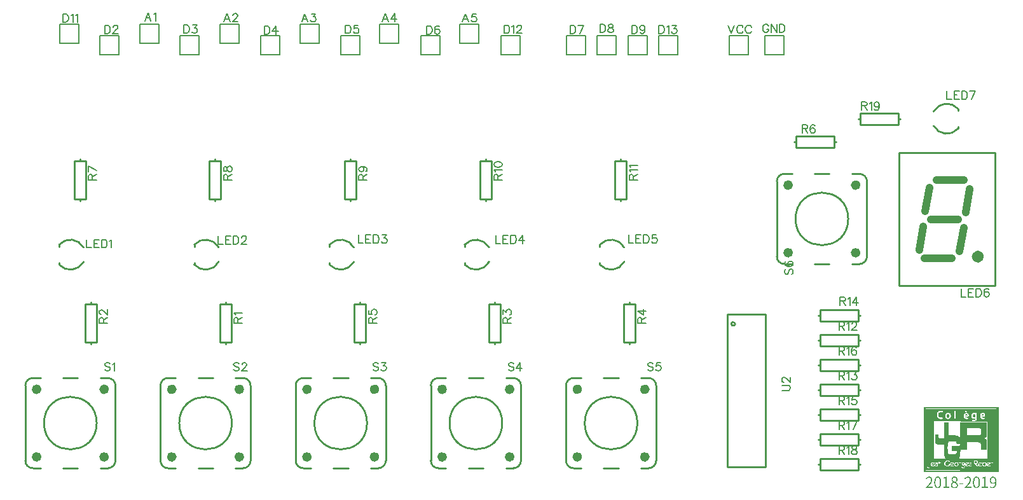
<source format=gto>
G04 Layer: TopSilkLayer*
G04 EasyEDA v6.4.12, 2020-12-31T14:29:20+01:00*
G04 6604612f69a4476882a07405e2b540c3,2d81dc3172f949189a8efcc8dd8a18f6,10*
G04 Gerber Generator version 0.2*
G04 Scale: 100 percent, Rotated: No, Reflected: No *
G04 Dimensions in millimeters *
G04 leading zeros omitted , absolute positions ,4 integer and 5 decimal *
%FSLAX45Y45*%
%MOMM*%

%ADD10C,0.2540*%
%ADD21C,0.2032*%
%ADD22C,0.2030*%
%ADD23C,1.0000*%
%ADD24C,0.2286*%
%ADD25C,0.7000*%
%ADD26C,0.1524*%

%LPD*%
G36*
X12306706Y1251407D02*
G01*
X12306706Y404571D01*
X12331954Y404571D01*
X12332157Y945743D01*
X12332766Y1083157D01*
X12333782Y1181201D01*
X12334443Y1211224D01*
X12335256Y1227531D01*
X12335510Y1227836D01*
X12344603Y1228394D01*
X12399873Y1229258D01*
X12496749Y1229868D01*
X12599771Y1230071D01*
X12778435Y1229969D01*
X13278916Y1228598D01*
X13278916Y407162D01*
X12306706Y404571D01*
X12306706Y389382D01*
X13306704Y389382D01*
X13306704Y1251407D01*
G37*
G36*
X12336983Y1220978D02*
G01*
X12336983Y1147521D01*
X12483490Y1147521D01*
X12483592Y1154226D01*
X12484100Y1159967D01*
X12484963Y1164945D01*
X12486335Y1169416D01*
X12488316Y1173581D01*
X12490958Y1177594D01*
X12494310Y1181709D01*
X12503099Y1190599D01*
X12507214Y1194003D01*
X12511125Y1196594D01*
X12515138Y1198372D01*
X12519456Y1199489D01*
X12524486Y1199997D01*
X12530480Y1200048D01*
X12537643Y1199692D01*
X12548768Y1198575D01*
X12556236Y1196746D01*
X12560452Y1194155D01*
X12561773Y1190548D01*
X12560808Y1187043D01*
X12557760Y1184960D01*
X12552172Y1184148D01*
X12537694Y1184706D01*
X12532004Y1184300D01*
X12526822Y1183233D01*
X12521996Y1181608D01*
X12517678Y1179372D01*
X12513868Y1176528D01*
X12510516Y1173175D01*
X12507722Y1169314D01*
X12505486Y1164894D01*
X12503810Y1160018D01*
X12502692Y1154633D01*
X12502184Y1148791D01*
X12502337Y1142339D01*
X12503048Y1136497D01*
X12503592Y1134211D01*
X12594590Y1134211D01*
X12595047Y1140358D01*
X12596418Y1146098D01*
X12598552Y1151331D01*
X12601397Y1156106D01*
X12604902Y1160322D01*
X12608966Y1163929D01*
X12613436Y1166977D01*
X12618364Y1169365D01*
X12623546Y1171092D01*
X12628981Y1172159D01*
X12634518Y1172413D01*
X12640157Y1171905D01*
X12645694Y1170635D01*
X12651181Y1168501D01*
X12656464Y1165453D01*
X12661442Y1161542D01*
X12663982Y1158646D01*
X12666065Y1154988D01*
X12667946Y1150010D01*
X12715798Y1150010D01*
X12716103Y1178204D01*
X12716510Y1187958D01*
X12717221Y1195222D01*
X12718237Y1200302D01*
X12719558Y1203553D01*
X12721234Y1205280D01*
X12723368Y1205738D01*
X12725501Y1205280D01*
X12727178Y1203553D01*
X12728498Y1200302D01*
X12729514Y1195222D01*
X12730226Y1187958D01*
X12730886Y1165656D01*
X12730937Y1150010D01*
X12781432Y1150010D01*
X12781737Y1178204D01*
X12782194Y1187958D01*
X12782905Y1195222D01*
X12783870Y1200302D01*
X12785191Y1203553D01*
X12786918Y1205280D01*
X12789001Y1205738D01*
X12791135Y1205280D01*
X12792862Y1203553D01*
X12794183Y1200302D01*
X12794926Y1196390D01*
X12857226Y1196390D01*
X12858089Y1198981D01*
X12860426Y1200454D01*
X12863779Y1200912D01*
X12867843Y1200404D01*
X12872110Y1199083D01*
X12876225Y1197000D01*
X12879730Y1194206D01*
X12882270Y1190904D01*
X12886029Y1183132D01*
X12887198Y1178407D01*
X12885724Y1176020D01*
X12881610Y1175359D01*
X12874802Y1177798D01*
X12866776Y1183589D01*
X12860020Y1190548D01*
X12857226Y1196390D01*
X12794926Y1196390D01*
X12795859Y1187958D01*
X12796316Y1178204D01*
X12796621Y1150010D01*
X12796532Y1136192D01*
X12842748Y1136192D01*
X12843052Y1142238D01*
X12843916Y1147724D01*
X12845338Y1152550D01*
X12847320Y1156766D01*
X12849910Y1160424D01*
X12853060Y1163472D01*
X12856819Y1165961D01*
X12861188Y1167841D01*
X12866166Y1169212D01*
X12871754Y1170025D01*
X12878003Y1170279D01*
X12887147Y1169720D01*
X12894056Y1167993D01*
X12899034Y1164996D01*
X12902488Y1160475D01*
X12904520Y1155649D01*
X12906197Y1149705D01*
X12907314Y1143457D01*
X12907721Y1137666D01*
X12907619Y1133551D01*
X12907236Y1131214D01*
X12942519Y1131214D01*
X12942722Y1135532D01*
X12943332Y1139850D01*
X12944398Y1144117D01*
X12945922Y1148334D01*
X12947904Y1152347D01*
X12950393Y1156208D01*
X12953390Y1159865D01*
X12956844Y1163269D01*
X12960858Y1166317D01*
X12965379Y1169060D01*
X12969494Y1170279D01*
X12975996Y1171092D01*
X12983921Y1171549D01*
X12992506Y1171600D01*
X13000939Y1171295D01*
X13008356Y1170635D01*
X13013893Y1169619D01*
X13016788Y1168298D01*
X13015311Y1137310D01*
X13059918Y1137310D01*
X13060426Y1144320D01*
X13061746Y1150467D01*
X13063931Y1155801D01*
X13066928Y1160373D01*
X13070890Y1164285D01*
X13075869Y1167638D01*
X13081762Y1170533D01*
X13087350Y1172616D01*
X13092226Y1173988D01*
X13096443Y1174597D01*
X13100253Y1174394D01*
X13103809Y1173378D01*
X13107314Y1171549D01*
X13110921Y1168806D01*
X13114782Y1165199D01*
X13118744Y1160068D01*
X13121944Y1153566D01*
X13124078Y1146556D01*
X13124891Y1139850D01*
X13124789Y1134922D01*
X13124434Y1131163D01*
X13123367Y1128471D01*
X13121487Y1126642D01*
X13118338Y1125524D01*
X13113766Y1124915D01*
X13085927Y1124356D01*
X13078917Y1123289D01*
X13077037Y1121054D01*
X13079171Y1117295D01*
X13082930Y1114348D01*
X13088569Y1111707D01*
X13095427Y1109624D01*
X13109854Y1107440D01*
X13115086Y1105916D01*
X13118388Y1104036D01*
X13119709Y1101852D01*
X13118998Y1099464D01*
X13116306Y1096975D01*
X13111581Y1094486D01*
X13104825Y1092149D01*
X13098983Y1090879D01*
X13093446Y1090523D01*
X13088112Y1091031D01*
X13083184Y1092403D01*
X13078561Y1094536D01*
X13074396Y1097483D01*
X13070636Y1101140D01*
X13067436Y1105509D01*
X13064693Y1110538D01*
X13062559Y1116228D01*
X13061035Y1122476D01*
X13060171Y1129334D01*
X13059918Y1137310D01*
X13015311Y1137310D01*
X13014248Y1120648D01*
X13012470Y1098753D01*
X13011404Y1090269D01*
X13010184Y1083310D01*
X13008863Y1077772D01*
X13007340Y1073556D01*
X13005612Y1070559D01*
X13003682Y1068730D01*
X12999262Y1066952D01*
X12992709Y1065530D01*
X12984886Y1064564D01*
X12976402Y1064006D01*
X12968122Y1063904D01*
X12960756Y1064361D01*
X12955066Y1065276D01*
X12951815Y1066800D01*
X12949377Y1072286D01*
X12952171Y1076960D01*
X12958978Y1079906D01*
X12968579Y1080058D01*
X12973812Y1079703D01*
X12979044Y1080160D01*
X12984124Y1081328D01*
X12988747Y1083056D01*
X12992709Y1085240D01*
X12995859Y1087882D01*
X12997891Y1090726D01*
X12998602Y1093825D01*
X12997281Y1094994D01*
X12993573Y1095654D01*
X12988086Y1095756D01*
X12976402Y1094943D01*
X12971678Y1095298D01*
X12967258Y1096162D01*
X12963144Y1097584D01*
X12959435Y1099515D01*
X12956032Y1101852D01*
X12952984Y1104595D01*
X12950291Y1107694D01*
X12948005Y1111148D01*
X12946126Y1114806D01*
X12944602Y1118666D01*
X12943484Y1122730D01*
X12942773Y1126947D01*
X12942519Y1131214D01*
X12907236Y1131214D01*
X12907111Y1130452D01*
X12905943Y1128115D01*
X12903911Y1126540D01*
X12900761Y1125524D01*
X12896189Y1124915D01*
X12868757Y1124356D01*
X12861747Y1123289D01*
X12859867Y1121054D01*
X12862001Y1117295D01*
X12865862Y1114348D01*
X12871754Y1111707D01*
X12878968Y1109624D01*
X12893954Y1107440D01*
X12899237Y1106017D01*
X12902488Y1104138D01*
X12903657Y1101953D01*
X12902742Y1099616D01*
X12899796Y1097127D01*
X12894767Y1094587D01*
X12887655Y1092149D01*
X12881813Y1090879D01*
X12876225Y1090523D01*
X12870942Y1091031D01*
X12865963Y1092403D01*
X12861391Y1094536D01*
X12857175Y1097483D01*
X12853466Y1101191D01*
X12850215Y1105560D01*
X12847523Y1110589D01*
X12845389Y1116279D01*
X12843865Y1122578D01*
X12843002Y1129487D01*
X12842748Y1136192D01*
X12796532Y1136192D01*
X12796316Y1121765D01*
X12795859Y1112012D01*
X12795148Y1104798D01*
X12794183Y1099667D01*
X12792862Y1096416D01*
X12791135Y1094689D01*
X12789001Y1094232D01*
X12786918Y1094689D01*
X12785191Y1096416D01*
X12783870Y1099667D01*
X12782905Y1104798D01*
X12782194Y1112012D01*
X12781737Y1121765D01*
X12781432Y1150010D01*
X12730937Y1150010D01*
X12730632Y1121765D01*
X12730226Y1112012D01*
X12729514Y1104798D01*
X12728498Y1099667D01*
X12727178Y1096416D01*
X12725501Y1094689D01*
X12723368Y1094232D01*
X12721234Y1094689D01*
X12719558Y1096416D01*
X12718237Y1099667D01*
X12717221Y1104798D01*
X12716510Y1112012D01*
X12715849Y1134313D01*
X12715798Y1150010D01*
X12667946Y1150010D01*
X12669012Y1146048D01*
X12669774Y1140917D01*
X12670129Y1135634D01*
X12670078Y1130198D01*
X12669520Y1124813D01*
X12668554Y1119581D01*
X12667132Y1114602D01*
X12665252Y1110081D01*
X12662865Y1106068D01*
X12658598Y1101039D01*
X12653568Y1097076D01*
X12647930Y1094130D01*
X12641834Y1092301D01*
X12635382Y1091590D01*
X12628727Y1092047D01*
X12622022Y1093622D01*
X12615367Y1096467D01*
X12609880Y1099616D01*
X12605359Y1102918D01*
X12601752Y1106576D01*
X12598958Y1110640D01*
X12596926Y1115314D01*
X12595555Y1120698D01*
X12594793Y1126947D01*
X12594590Y1134211D01*
X12503592Y1134211D01*
X12504318Y1131163D01*
X12506198Y1126439D01*
X12508687Y1122324D01*
X12511684Y1118768D01*
X12515291Y1115822D01*
X12519406Y1113434D01*
X12524079Y1111707D01*
X12529312Y1110589D01*
X12535052Y1110132D01*
X12551105Y1110589D01*
X12557607Y1109675D01*
X12561468Y1107389D01*
X12563195Y1103579D01*
X12563094Y1100734D01*
X12561773Y1098194D01*
X12559284Y1096010D01*
X12555880Y1094232D01*
X12551613Y1092809D01*
X12546736Y1091844D01*
X12541300Y1091336D01*
X12535560Y1091234D01*
X12529566Y1091692D01*
X12523520Y1092606D01*
X12517628Y1094079D01*
X12511938Y1096111D01*
X12506807Y1098499D01*
X12502235Y1101039D01*
X12498273Y1103782D01*
X12494869Y1106830D01*
X12491974Y1110183D01*
X12489535Y1113942D01*
X12487554Y1118108D01*
X12486030Y1122781D01*
X12484862Y1128014D01*
X12484049Y1133856D01*
X12483592Y1140307D01*
X12483490Y1147521D01*
X12336983Y1147521D01*
X12336983Y1058773D01*
X12448133Y1058773D01*
X13157707Y1056182D01*
X13160349Y561797D01*
X12448133Y561797D01*
X12448133Y1058773D01*
X12336983Y1058773D01*
X12336983Y449478D01*
X12357150Y449529D01*
X12382449Y444347D01*
X12382550Y503377D01*
X12383262Y521055D01*
X12384582Y533806D01*
X12385446Y538022D01*
X12386411Y540613D01*
X12387529Y541528D01*
X12388596Y540562D01*
X12389561Y537870D01*
X12390424Y533501D01*
X12391186Y527608D01*
X12391928Y516788D01*
X12503658Y516788D01*
X12541554Y513638D01*
X12542270Y487426D01*
X12546584Y487426D01*
X12565532Y489407D01*
X12575387Y490931D01*
X12581128Y493318D01*
X12583820Y497433D01*
X12584887Y508660D01*
X12586157Y513232D01*
X12588138Y517702D01*
X12590729Y522020D01*
X12593980Y526034D01*
X12597688Y529742D01*
X12601854Y533044D01*
X12606375Y535940D01*
X12611201Y538276D01*
X12616180Y540004D01*
X12621361Y541121D01*
X12626543Y541528D01*
X12997586Y541528D01*
X13005562Y541020D01*
X13012928Y539750D01*
X13018973Y537768D01*
X13022884Y535432D01*
X13025780Y531520D01*
X13027710Y526897D01*
X13028625Y521817D01*
X13028523Y516483D01*
X13027507Y511149D01*
X13025577Y506018D01*
X13022681Y501345D01*
X13018922Y497332D01*
X13013334Y492201D01*
X13011556Y488340D01*
X13012218Y486968D01*
X13028930Y486968D01*
X13029641Y492912D01*
X13031622Y498348D01*
X13034721Y503224D01*
X13038734Y507441D01*
X13043458Y510946D01*
X13048691Y513638D01*
X13054228Y515416D01*
X13059867Y516229D01*
X13065455Y516026D01*
X13070738Y514654D01*
X13075564Y512064D01*
X13079730Y508152D01*
X13082066Y505206D01*
X13083387Y502716D01*
X13083408Y500329D01*
X13090245Y500329D01*
X13090804Y520954D01*
X13091464Y529031D01*
X13092277Y531774D01*
X13093090Y528624D01*
X13094614Y520293D01*
X13097357Y515874D01*
X13102590Y514502D01*
X13119455Y515416D01*
X13126262Y514400D01*
X13132104Y512064D01*
X13136930Y508406D01*
X13141858Y503935D01*
X13145566Y502361D01*
X13149376Y503732D01*
X13154558Y507949D01*
X13159282Y511403D01*
X13164667Y513842D01*
X13170407Y515366D01*
X13176351Y515874D01*
X13182092Y515416D01*
X13187476Y513994D01*
X13192150Y511556D01*
X13195909Y508152D01*
X13198195Y505206D01*
X13199516Y502716D01*
X13199618Y500380D01*
X13198195Y497992D01*
X13195046Y495249D01*
X13189966Y491794D01*
X13184027Y488289D01*
X13205713Y488289D01*
X13205713Y497382D01*
X13205968Y504291D01*
X13206526Y509219D01*
X13207644Y512572D01*
X13209473Y514604D01*
X13212165Y515670D01*
X13215874Y516077D01*
X13220852Y516178D01*
X13227304Y515670D01*
X13232028Y514299D01*
X13234974Y512064D01*
X13235990Y509016D01*
X13235330Y506120D01*
X13233400Y504393D01*
X13230250Y503885D01*
X13220496Y505256D01*
X13217448Y502920D01*
X13216077Y496214D01*
X13215416Y474726D01*
X13214299Y467258D01*
X13212724Y462229D01*
X13210743Y460400D01*
X13208762Y462584D01*
X13207187Y468579D01*
X13206069Y477469D01*
X13205713Y488289D01*
X13184027Y488289D01*
X13164566Y477062D01*
X13161416Y474268D01*
X13163092Y472744D01*
X13169341Y471525D01*
X13174472Y471322D01*
X13179755Y472084D01*
X13184632Y473659D01*
X13194842Y479551D01*
X13198805Y478790D01*
X13199363Y474675D01*
X13195706Y468122D01*
X13191896Y464820D01*
X13186918Y462483D01*
X13181228Y461111D01*
X13175030Y460654D01*
X13168782Y461162D01*
X13162788Y462635D01*
X13157403Y465023D01*
X13153034Y468376D01*
X13148513Y472440D01*
X13145109Y473760D01*
X13141655Y472440D01*
X13137134Y468376D01*
X13133019Y465226D01*
X13127888Y462889D01*
X13122148Y461365D01*
X13116051Y460654D01*
X13110057Y460806D01*
X13104368Y461822D01*
X13099440Y463702D01*
X13095579Y466445D01*
X13094258Y468426D01*
X13093141Y471474D01*
X13092176Y475538D01*
X13091363Y480517D01*
X13090398Y492963D01*
X13090245Y500329D01*
X13083408Y500329D01*
X13082015Y497992D01*
X13078917Y495249D01*
X13073786Y491794D01*
X13048386Y477062D01*
X13045236Y474268D01*
X13046963Y472744D01*
X13053212Y471525D01*
X13058292Y471322D01*
X13063575Y472084D01*
X13068452Y473659D01*
X13078663Y479551D01*
X13082625Y478790D01*
X13083235Y474675D01*
X13079526Y468122D01*
X13075462Y464312D01*
X13070687Y461772D01*
X13065455Y460349D01*
X13059918Y459993D01*
X13054279Y460654D01*
X13048742Y462229D01*
X13043509Y464667D01*
X13038785Y467868D01*
X13034771Y471779D01*
X13031673Y476300D01*
X13029641Y481431D01*
X13028930Y486968D01*
X13012218Y486968D01*
X13013690Y483920D01*
X13023596Y472744D01*
X13026237Y469138D01*
X13027812Y466293D01*
X13028371Y464210D01*
X13027964Y462889D01*
X13026745Y462330D01*
X13024764Y462534D01*
X13022122Y463550D01*
X13018820Y465378D01*
X13015010Y467969D01*
X13010743Y471424D01*
X13006120Y475691D01*
X12988493Y492810D01*
X12988493Y476605D01*
X12988137Y470306D01*
X12987020Y465124D01*
X12985445Y461670D01*
X12983464Y460400D01*
X12982397Y461162D01*
X12981432Y463397D01*
X12980568Y467004D01*
X12979247Y477723D01*
X12978536Y492404D01*
X12978434Y541528D01*
X12626543Y541528D01*
X12633756Y540918D01*
X12640665Y539242D01*
X12646406Y536803D01*
X12650216Y533806D01*
X12653721Y527304D01*
X12653162Y522884D01*
X12649606Y521817D01*
X12643967Y525373D01*
X12639700Y528523D01*
X12634518Y530504D01*
X12628727Y531368D01*
X12622733Y531114D01*
X12616738Y529844D01*
X12611150Y527558D01*
X12606274Y524306D01*
X12602464Y520090D01*
X12599670Y515569D01*
X12597587Y510946D01*
X12596164Y506374D01*
X12595453Y501853D01*
X12595352Y497484D01*
X12595860Y493268D01*
X12596926Y489254D01*
X12598552Y485495D01*
X12600736Y482092D01*
X12603378Y479043D01*
X12606477Y476453D01*
X12610084Y474268D01*
X12614046Y472643D01*
X12618415Y471576D01*
X12623139Y471170D01*
X12628219Y471424D01*
X12635636Y472897D01*
X12640208Y475792D01*
X12642799Y481076D01*
X12645085Y495401D01*
X12646558Y500126D01*
X12648336Y503580D01*
X12650266Y505663D01*
X12652095Y506171D01*
X12653721Y505002D01*
X12654788Y502056D01*
X12655651Y493674D01*
X12656769Y493115D01*
X12658750Y495503D01*
X12664541Y505663D01*
X12667742Y509473D01*
X12671501Y512368D01*
X12675717Y514400D01*
X12680492Y515569D01*
X12685826Y515874D01*
X12691821Y515366D01*
X12698526Y513994D01*
X12704165Y512013D01*
X12707975Y509473D01*
X12709855Y506425D01*
X12709906Y502869D01*
X12708128Y498906D01*
X12704521Y494538D01*
X12699085Y489864D01*
X12696787Y488289D01*
X12714528Y488289D01*
X12715036Y493776D01*
X12716357Y499465D01*
X12718389Y504596D01*
X12720828Y508558D01*
X12724587Y511809D01*
X12729565Y514096D01*
X12735255Y515467D01*
X12741452Y515874D01*
X12747701Y515366D01*
X12753644Y513892D01*
X12759029Y511505D01*
X12763398Y508203D01*
X12767259Y503478D01*
X12769850Y498398D01*
X12771272Y493115D01*
X12771502Y488289D01*
X12776403Y488289D01*
X12776657Y504291D01*
X12777216Y509219D01*
X12778333Y512572D01*
X12780162Y514604D01*
X12782854Y515670D01*
X12786614Y516077D01*
X12791541Y516178D01*
X12797993Y515670D01*
X12802768Y514299D01*
X12805714Y512064D01*
X12806680Y509016D01*
X12806070Y506120D01*
X12804089Y504393D01*
X12800939Y503885D01*
X12791236Y505256D01*
X12788188Y502920D01*
X12786817Y496214D01*
X12786106Y474726D01*
X12785039Y467258D01*
X12783413Y462229D01*
X12781432Y460400D01*
X12779502Y462584D01*
X12777876Y468579D01*
X12776809Y477469D01*
X12776403Y488289D01*
X12771502Y488289D01*
X12770764Y482498D01*
X12768986Y477520D01*
X12766294Y472897D01*
X12762738Y468782D01*
X12758420Y465328D01*
X12753340Y462686D01*
X12747599Y460959D01*
X12741300Y460400D01*
X12735356Y460857D01*
X12730022Y462280D01*
X12725450Y464616D01*
X12721640Y467766D01*
X12718592Y471779D01*
X12716357Y476554D01*
X12714986Y482041D01*
X12714528Y488289D01*
X12696787Y488289D01*
X12681458Y478231D01*
X12677292Y474472D01*
X12678714Y472541D01*
X12685318Y471271D01*
X12690297Y471068D01*
X12694666Y471678D01*
X12697917Y473100D01*
X12699644Y475081D01*
X12702540Y479501D01*
X12706197Y480466D01*
X12709398Y478282D01*
X12710718Y473151D01*
X12709906Y470204D01*
X12707569Y467461D01*
X12704013Y465074D01*
X12699492Y463092D01*
X12694259Y461619D01*
X12688620Y460756D01*
X12682778Y460603D01*
X12677038Y461213D01*
X12673076Y462788D01*
X12669113Y465683D01*
X12665608Y469544D01*
X12663017Y473913D01*
X12658191Y484885D01*
X12652806Y473913D01*
X12650216Y469950D01*
X12646863Y466699D01*
X12642850Y464159D01*
X12638227Y462280D01*
X12633198Y461111D01*
X12627914Y460654D01*
X12622428Y460908D01*
X12616891Y461873D01*
X12611455Y463499D01*
X12606223Y465886D01*
X12601346Y468985D01*
X12590119Y478535D01*
X12582601Y482701D01*
X12574320Y485393D01*
X12565329Y486613D01*
X12546584Y487426D01*
X12542270Y487426D01*
X12542672Y466445D01*
X12542520Y464718D01*
X12542113Y465175D01*
X12537948Y487680D01*
X12536424Y494284D01*
X12534798Y499211D01*
X12532969Y502666D01*
X12530836Y504748D01*
X12528296Y505612D01*
X12525248Y505409D01*
X12521539Y504291D01*
X12518136Y501700D01*
X12515697Y496925D01*
X12514275Y490016D01*
X12513360Y472897D01*
X12512294Y466394D01*
X12510668Y461975D01*
X12508738Y460400D01*
X12506756Y462584D01*
X12505131Y468680D01*
X12504064Y477621D01*
X12503658Y488594D01*
X12503658Y516788D01*
X12391928Y516788D01*
X12392456Y501802D01*
X12392558Y488289D01*
X12401397Y488289D01*
X12401804Y493826D01*
X12402921Y498856D01*
X12404801Y503275D01*
X12407341Y507136D01*
X12410440Y510336D01*
X12414148Y512927D01*
X12418314Y514807D01*
X12422987Y516026D01*
X12428016Y516432D01*
X12433452Y516128D01*
X12439192Y515010D01*
X12445187Y513080D01*
X12449302Y510946D01*
X12451842Y508304D01*
X12452807Y505206D01*
X12452197Y501751D01*
X12449962Y497941D01*
X12446254Y493877D01*
X12440970Y489458D01*
X12423851Y478231D01*
X12419685Y474472D01*
X12421158Y472541D01*
X12427762Y471271D01*
X12432741Y471068D01*
X12437110Y471678D01*
X12440361Y473100D01*
X12442037Y475081D01*
X12443307Y477266D01*
X12445288Y479043D01*
X12447778Y480212D01*
X12450470Y480669D01*
X12453213Y481431D01*
X12455855Y483514D01*
X12458090Y486613D01*
X12459563Y490372D01*
X12461494Y494334D01*
X12464846Y497890D01*
X12469215Y500735D01*
X12474041Y502361D01*
X12480036Y503580D01*
X12481763Y504393D01*
X12479070Y504901D01*
X12471806Y505307D01*
X12466472Y506018D01*
X12462967Y507339D01*
X12461138Y509117D01*
X12460935Y511048D01*
X12462306Y512927D01*
X12465202Y514604D01*
X12469520Y515721D01*
X12475159Y516178D01*
X12481001Y515721D01*
X12485928Y514299D01*
X12489992Y511809D01*
X12493193Y508304D01*
X12495631Y503631D01*
X12497308Y497789D01*
X12498324Y490626D01*
X12498628Y482193D01*
X12498324Y469696D01*
X12497612Y465785D01*
X12496342Y463194D01*
X12494209Y461619D01*
X12491008Y460756D01*
X12486640Y460451D01*
X12480798Y460400D01*
X12473127Y460908D01*
X12466980Y462381D01*
X12462510Y464718D01*
X12460071Y467868D01*
X12458344Y471576D01*
X12456464Y472795D01*
X12453823Y471576D01*
X12449810Y467868D01*
X12445542Y464667D01*
X12440259Y462432D01*
X12434366Y461060D01*
X12428169Y460654D01*
X12422022Y461111D01*
X12416332Y462483D01*
X12411405Y464820D01*
X12407696Y468020D01*
X12405258Y471982D01*
X12403226Y477113D01*
X12401905Y482752D01*
X12401397Y488289D01*
X12392558Y488289D01*
X12392507Y469696D01*
X12392219Y458927D01*
X12809372Y458927D01*
X12809982Y461111D01*
X12811658Y461873D01*
X12814198Y461213D01*
X12817500Y458825D01*
X12821412Y454558D01*
X12825831Y450189D01*
X12830403Y447395D01*
X12834874Y446278D01*
X12838938Y446633D01*
X12842392Y448411D01*
X12844932Y451561D01*
X12846253Y455980D01*
X12846202Y461619D01*
X12844729Y466648D01*
X12842036Y470560D01*
X12838074Y473252D01*
X12827508Y476351D01*
X12822732Y479399D01*
X12818770Y483463D01*
X12815773Y488340D01*
X12813893Y493572D01*
X12813284Y498906D01*
X12814198Y503935D01*
X12816687Y508406D01*
X12821005Y511860D01*
X12827000Y514350D01*
X12833807Y515874D01*
X12840817Y516382D01*
X12847218Y515924D01*
X12852247Y514451D01*
X12855244Y512013D01*
X12855397Y508558D01*
X12854584Y505612D01*
X12854584Y503174D01*
X12855295Y501548D01*
X12856768Y500938D01*
X12858902Y501548D01*
X12861594Y503174D01*
X12864541Y505612D01*
X12867284Y508558D01*
X12871094Y511809D01*
X12875971Y514146D01*
X12881610Y515467D01*
X12887604Y515924D01*
X12893649Y515366D01*
X12899288Y513892D01*
X12904216Y511505D01*
X12908026Y508152D01*
X12910362Y505206D01*
X12911632Y502716D01*
X12911734Y500380D01*
X12910312Y497992D01*
X12907213Y495249D01*
X12902082Y491794D01*
X12876682Y477062D01*
X12873532Y474268D01*
X12875209Y472744D01*
X12881457Y471525D01*
X12886537Y471322D01*
X12891770Y471982D01*
X12896443Y473456D01*
X12903860Y477926D01*
X12907772Y478790D01*
X12912140Y478129D01*
X12926212Y471932D01*
X12932714Y470814D01*
X12936677Y472693D01*
X12937998Y477520D01*
X12937236Y480466D01*
X12935051Y483260D01*
X12931851Y485648D01*
X12923469Y489204D01*
X12920319Y492455D01*
X12918440Y497027D01*
X12917830Y503021D01*
X12918338Y509574D01*
X12920268Y513588D01*
X12924129Y515620D01*
X12930428Y516178D01*
X12935661Y515620D01*
X12939674Y514146D01*
X12942163Y511809D01*
X12943078Y508711D01*
X12942519Y505866D01*
X12940995Y504088D01*
X12938607Y503529D01*
X12932562Y504901D01*
X12930124Y504748D01*
X12928498Y503783D01*
X12927939Y502107D01*
X12928752Y499922D01*
X12930987Y497738D01*
X12934340Y495757D01*
X12938404Y494334D01*
X12943281Y491845D01*
X12946430Y487781D01*
X12948005Y482701D01*
X12948005Y477164D01*
X12946532Y471678D01*
X12943636Y466851D01*
X12939420Y463194D01*
X12933934Y461264D01*
X12928904Y461060D01*
X12923723Y461772D01*
X12919049Y463245D01*
X12915442Y465328D01*
X12912191Y467563D01*
X12909499Y468376D01*
X12907213Y467715D01*
X12905333Y465683D01*
X12903047Y463651D01*
X12899288Y462127D01*
X12894462Y461111D01*
X12889026Y460603D01*
X12883286Y460705D01*
X12877749Y461365D01*
X12872821Y462584D01*
X12868808Y464413D01*
X12866065Y466902D01*
X12863017Y470814D01*
X12860121Y475640D01*
X12855194Y486206D01*
X12854076Y486765D01*
X12854228Y482092D01*
X12855498Y471830D01*
X12856311Y463143D01*
X12856108Y455625D01*
X12854940Y449275D01*
X12852806Y444144D01*
X12849656Y440131D01*
X12845491Y437286D01*
X12840309Y435609D01*
X12834162Y435051D01*
X12828981Y435914D01*
X12823647Y438251D01*
X12818668Y441756D01*
X12814757Y446024D01*
X12811607Y451205D01*
X12809829Y455574D01*
X12809372Y458927D01*
X12392219Y458927D01*
X12391593Y450291D01*
X12390882Y446379D01*
X12389916Y443433D01*
X12388646Y441299D01*
X12387021Y439724D01*
X12384989Y438658D01*
X12379502Y436981D01*
X12373152Y436067D01*
X12367564Y436626D01*
X12362586Y438759D01*
X12358065Y442468D01*
X12353798Y447243D01*
X12353290Y449478D01*
X12336983Y449478D01*
X12336983Y414731D01*
X13271347Y414731D01*
X13271347Y1220978D01*
G37*
G36*
X13090804Y1156868D02*
G01*
X13085114Y1153668D01*
X13080339Y1147521D01*
X13080288Y1143203D01*
X13084962Y1140663D01*
X13094411Y1139850D01*
X13101218Y1140256D01*
X13105384Y1141476D01*
X13107111Y1143711D01*
X13106654Y1147064D01*
X13102640Y1153261D01*
X13096951Y1156665D01*
G37*
G36*
X12873583Y1156868D02*
G01*
X12867944Y1153668D01*
X12863169Y1147521D01*
X12863118Y1143203D01*
X12867792Y1140663D01*
X12877241Y1139850D01*
X12884048Y1140256D01*
X12888214Y1141476D01*
X12889941Y1143711D01*
X12889484Y1147064D01*
X12885470Y1153261D01*
X12879781Y1156665D01*
G37*
G36*
X12980924Y1155903D02*
G01*
X12975996Y1154988D01*
X12971424Y1152296D01*
X12967665Y1147876D01*
X12965125Y1141577D01*
X12964160Y1135735D01*
X12964160Y1130198D01*
X12965074Y1125169D01*
X12966852Y1120800D01*
X12969392Y1117092D01*
X12972643Y1114348D01*
X12976504Y1112570D01*
X12980924Y1111961D01*
X12985394Y1112570D01*
X12989255Y1114348D01*
X12992506Y1117092D01*
X12995046Y1120800D01*
X12996824Y1125169D01*
X12997738Y1130198D01*
X12997738Y1135735D01*
X12996722Y1141577D01*
X12994233Y1147876D01*
X12990474Y1152296D01*
X12985902Y1154988D01*
G37*
G36*
X12632994Y1154074D02*
G01*
X12628422Y1153160D01*
X12624257Y1151483D01*
X12621056Y1149146D01*
X12617653Y1144778D01*
X12615570Y1139901D01*
X12614605Y1134770D01*
X12614757Y1129487D01*
X12615773Y1124356D01*
X12617653Y1119581D01*
X12620294Y1115314D01*
X12623546Y1111808D01*
X12627305Y1109319D01*
X12631470Y1107998D01*
X12635992Y1108100D01*
X12640665Y1109776D01*
X12643866Y1112215D01*
X12646406Y1115517D01*
X12648234Y1119581D01*
X12649454Y1124153D01*
X12650012Y1128979D01*
X12649962Y1133906D01*
X12649301Y1138732D01*
X12648031Y1143254D01*
X12646202Y1147216D01*
X12643815Y1150467D01*
X12640919Y1152804D01*
X12637465Y1153972D01*
G37*
G36*
X12581280Y1048562D02*
G01*
X12584277Y911250D01*
X12584379Y890879D01*
X12584023Y874318D01*
X12583058Y861060D01*
X12582296Y855573D01*
X12581382Y850798D01*
X12580213Y846683D01*
X12578842Y843127D01*
X12577267Y840181D01*
X12575387Y837692D01*
X12573254Y835710D01*
X12570815Y834085D01*
X12568123Y832866D01*
X12565075Y831951D01*
X12557963Y830935D01*
X12549428Y830630D01*
X12537338Y830732D01*
X12531090Y831138D01*
X12525756Y831799D01*
X12521234Y832866D01*
X12517424Y834390D01*
X12514326Y836421D01*
X12511786Y839012D01*
X12509754Y842213D01*
X12508128Y846175D01*
X12506858Y850900D01*
X12505842Y856437D01*
X12502337Y886307D01*
X12458242Y886307D01*
X12458242Y825398D01*
X12458598Y811174D01*
X12459309Y798068D01*
X12460224Y786638D01*
X12461341Y777544D01*
X12462611Y771347D01*
X12463322Y769569D01*
X12465507Y766470D01*
X12468504Y763625D01*
X12472416Y760984D01*
X12477140Y758647D01*
X12482677Y756513D01*
X12488976Y754684D01*
X12496088Y753110D01*
X12503912Y751789D01*
X12512497Y750773D01*
X12521793Y750062D01*
X12531750Y749604D01*
X12578537Y749401D01*
X12579628Y706831D01*
X12626086Y706831D01*
X12626594Y720953D01*
X12627813Y736396D01*
X12629692Y751941D01*
X12631978Y766216D01*
X12634569Y777951D01*
X12635890Y782421D01*
X12637262Y785774D01*
X12638633Y787857D01*
X12641173Y789482D01*
X12645288Y790905D01*
X12650622Y792175D01*
X12657124Y793191D01*
X12664440Y794054D01*
X12680797Y795070D01*
X12698018Y795274D01*
X12714376Y794562D01*
X12721691Y793902D01*
X12728092Y793038D01*
X12733477Y791921D01*
X12737490Y790549D01*
X12740030Y788974D01*
X12742367Y785672D01*
X12744297Y781253D01*
X12745618Y776224D01*
X12746786Y764997D01*
X12749834Y761441D01*
X12756692Y759917D01*
X12781127Y759206D01*
X12787985Y757580D01*
X12790932Y753821D01*
X12791541Y747064D01*
X12791287Y741781D01*
X12790678Y739800D01*
X12789458Y738225D01*
X12787528Y736955D01*
X12784632Y735939D01*
X12780619Y735177D01*
X12775336Y734568D01*
X12759994Y733755D01*
X12682982Y731672D01*
X12679934Y668274D01*
X12751968Y668274D01*
X12746990Y645515D01*
X12745466Y640232D01*
X12743738Y635812D01*
X12741554Y632155D01*
X12738811Y629259D01*
X12735356Y627024D01*
X12730988Y625348D01*
X12725552Y624179D01*
X12718948Y623366D01*
X12710972Y622909D01*
X12690297Y622655D01*
X12672720Y622909D01*
X12665354Y623316D01*
X12658852Y623925D01*
X12653213Y624738D01*
X12648285Y625906D01*
X12644120Y627329D01*
X12640564Y629107D01*
X12637617Y631291D01*
X12635280Y633831D01*
X12633401Y636879D01*
X12631928Y640384D01*
X12630912Y644347D01*
X12630200Y648919D01*
X12629743Y654050D01*
X12629235Y668782D01*
X12627965Y685495D01*
X12626543Y695401D01*
X12626187Y700684D01*
X12626086Y706831D01*
X12579628Y706831D01*
X12580772Y664108D01*
X12582194Y633476D01*
X12584226Y607314D01*
X12585344Y596798D01*
X12586563Y588416D01*
X12587833Y582625D01*
X12588443Y580796D01*
X12594336Y566877D01*
X12779806Y566877D01*
X12786106Y580644D01*
X12787426Y584352D01*
X12788747Y589534D01*
X12791338Y603504D01*
X12793624Y620623D01*
X12794538Y629767D01*
X12798094Y683514D01*
X12882473Y683514D01*
X12882473Y779830D01*
X12995097Y779780D01*
X13015112Y779526D01*
X13030809Y779068D01*
X13042798Y778357D01*
X13051586Y777341D01*
X13057784Y775970D01*
X13061899Y774192D01*
X13063372Y773125D01*
X13064490Y771956D01*
X13065861Y769518D01*
X13067233Y765708D01*
X13068554Y760628D01*
X13070941Y747623D01*
X13071957Y740054D01*
X13073380Y723747D01*
X13075665Y683514D01*
X13150138Y683514D01*
X13150138Y815492D01*
X13115391Y832103D01*
X13147598Y848309D01*
X13149122Y953109D01*
X13149173Y992225D01*
X13148868Y1007364D01*
X13148360Y1019657D01*
X13147548Y1029157D01*
X13146582Y1036066D01*
X13145312Y1040384D01*
X13144601Y1041552D01*
X13143128Y1042720D01*
X13140588Y1043736D01*
X13136829Y1044651D01*
X13131698Y1045464D01*
X13116560Y1046734D01*
X13093700Y1047597D01*
X13061797Y1048207D01*
X13019430Y1048461D01*
X12791541Y1048562D01*
X12791541Y967435D01*
X13013029Y967333D01*
X13031927Y967028D01*
X13045744Y966419D01*
X13055396Y965403D01*
X13058952Y964742D01*
X13061746Y963980D01*
X13063982Y963015D01*
X13065709Y961948D01*
X13067080Y960678D01*
X13069163Y957630D01*
X13070179Y955090D01*
X13071195Y951636D01*
X13072821Y942543D01*
X13073989Y931570D01*
X13074396Y919987D01*
X13074294Y909980D01*
X13073837Y901598D01*
X13073380Y898042D01*
X13072668Y894791D01*
X13071652Y891844D01*
X13070382Y889304D01*
X13068706Y887018D01*
X13066674Y884986D01*
X13064134Y883259D01*
X13061137Y881735D01*
X13057581Y880465D01*
X13048691Y878535D01*
X13037159Y877316D01*
X13022580Y876604D01*
X13004596Y876249D01*
X12882473Y876147D01*
X12882473Y967435D01*
X12791541Y967435D01*
X12791490Y833069D01*
X12781788Y849121D01*
X12778790Y853694D01*
X12775692Y857453D01*
X12772288Y860602D01*
X12768376Y863244D01*
X12763754Y865530D01*
X12758115Y867511D01*
X12751358Y869340D01*
X12738912Y871982D01*
X12729006Y873353D01*
X12717780Y874471D01*
X12705842Y875233D01*
X12693853Y875588D01*
X12682423Y875537D01*
X12640056Y873455D01*
X12640056Y1048562D01*
G37*
G36*
X12994944Y530860D02*
G01*
X12990779Y529234D01*
X12988950Y524764D01*
X12988493Y516483D01*
X12989001Y509219D01*
X12990474Y504443D01*
X12993217Y501802D01*
X12997332Y501040D01*
X13003174Y501599D01*
X13008102Y503072D01*
X13012115Y505307D01*
X13015163Y508101D01*
X13017296Y511301D01*
X13018363Y514756D01*
X13018465Y518261D01*
X13017449Y521614D01*
X13015417Y524662D01*
X13012216Y527304D01*
X13007898Y529285D01*
X13002361Y530453D01*
G37*
G36*
X12688214Y506018D02*
G01*
X12682778Y505256D01*
X12677698Y503174D01*
X12673431Y499973D01*
X12670332Y495858D01*
X12668351Y491845D01*
X12667284Y488950D01*
X12667234Y487070D01*
X12668300Y486308D01*
X12670586Y486562D01*
X12674193Y487883D01*
X12679222Y490169D01*
X12691719Y496722D01*
X12696088Y499414D01*
X12698780Y501599D01*
X12699898Y503275D01*
X12699390Y504545D01*
X12697256Y505409D01*
X12693497Y505866D01*
G37*
G36*
X12430607Y506018D02*
G01*
X12425222Y505256D01*
X12420142Y503174D01*
X12415875Y499973D01*
X12412776Y495858D01*
X12410744Y491845D01*
X12409678Y488950D01*
X12409627Y487070D01*
X12410694Y486308D01*
X12412980Y486562D01*
X12416586Y487883D01*
X12428169Y493471D01*
X12434163Y496722D01*
X12438481Y499414D01*
X12441224Y501599D01*
X12442342Y503275D01*
X12441783Y504545D01*
X12439650Y505409D01*
X12435941Y505866D01*
G37*
G36*
X13174675Y505917D02*
G01*
X13169138Y505358D01*
X13164261Y503682D01*
X13160501Y501192D01*
X13158266Y497992D01*
X13156488Y492759D01*
X13155828Y489000D01*
X13156234Y486613D01*
X13157707Y485648D01*
X13160349Y486105D01*
X13164159Y487934D01*
X13169188Y491235D01*
X13175386Y495858D01*
X13188035Y505815D01*
G37*
G36*
X13058495Y505917D02*
G01*
X13052958Y505358D01*
X13048081Y503682D01*
X13044322Y501192D01*
X13042087Y497992D01*
X13040360Y492759D01*
X13039648Y489000D01*
X13040055Y486613D01*
X13041579Y485648D01*
X13044220Y486105D01*
X13048030Y487934D01*
X13053009Y491235D01*
X13059206Y495858D01*
X13071856Y505815D01*
G37*
G36*
X12886791Y505917D02*
G01*
X12881254Y505358D01*
X12876377Y503682D01*
X12872618Y501192D01*
X12870383Y497992D01*
X12868605Y492759D01*
X12867944Y489000D01*
X12868351Y486613D01*
X12869824Y485648D01*
X12872466Y486105D01*
X12876276Y487934D01*
X12881305Y491235D01*
X12887502Y495858D01*
X12900152Y505815D01*
G37*
G36*
X13112546Y505155D02*
G01*
X13107416Y503885D01*
X13103301Y501142D01*
X13100151Y496874D01*
X13098271Y491794D01*
X13097967Y486816D01*
X13099034Y482193D01*
X13101370Y478129D01*
X13104774Y474776D01*
X13109143Y472440D01*
X13114324Y471170D01*
X13120116Y471322D01*
X13126262Y472846D01*
X13130022Y475742D01*
X13131952Y480618D01*
X13132460Y488289D01*
X13131952Y496062D01*
X13129920Y500938D01*
X13125805Y503682D01*
X13118896Y505053D01*
G37*
G36*
X12738811Y505155D02*
G01*
X12733629Y503885D01*
X12729565Y501142D01*
X12726416Y496874D01*
X12724536Y491794D01*
X12724180Y486816D01*
X12725298Y482193D01*
X12727635Y478129D01*
X12731038Y474776D01*
X12735407Y472440D01*
X12740589Y471170D01*
X12746380Y471322D01*
X12752527Y472846D01*
X12756286Y475742D01*
X12758216Y480618D01*
X12758724Y488289D01*
X12758216Y496062D01*
X12756184Y500938D01*
X12752070Y503682D01*
X12745161Y505053D01*
G37*
G36*
X12835686Y504850D02*
G01*
X12829133Y504494D01*
X12824256Y500786D01*
X12823291Y498144D01*
X12823291Y495147D01*
X12824206Y492201D01*
X12825984Y489712D01*
X12832334Y486816D01*
X12839496Y487730D01*
X12844881Y491490D01*
X12845846Y497128D01*
X12841935Y502310D01*
G37*
G36*
X12475768Y490575D02*
G01*
X12470282Y488289D01*
X12466421Y483006D01*
X12465812Y479653D01*
X12466472Y476554D01*
X12468352Y473964D01*
X12471247Y472185D01*
X12478258Y471627D01*
X12484100Y474472D01*
X12487249Y479501D01*
X12486284Y485292D01*
X12481560Y489610D01*
G37*
G36*
X13228878Y325120D02*
G01*
X13223240Y324713D01*
X13217804Y323494D01*
X13212673Y321614D01*
X13207847Y318973D01*
X13203377Y315671D01*
X13199313Y311759D01*
X13195757Y307238D01*
X13192709Y302158D01*
X13190270Y296570D01*
X13188442Y290525D01*
X13187324Y284022D01*
X13186918Y277114D01*
X13202666Y277114D01*
X13203224Y284581D01*
X13204647Y291338D01*
X13207034Y297332D01*
X13210133Y302412D01*
X13213994Y306527D01*
X13218464Y309575D01*
X13223443Y311505D01*
X13228878Y312166D01*
X13233704Y311759D01*
X13238175Y310692D01*
X13242290Y308864D01*
X13246049Y306374D01*
X13249452Y303225D01*
X13252450Y299364D01*
X13255091Y294894D01*
X13257377Y289814D01*
X13259206Y284073D01*
X13260679Y277723D01*
X13261746Y270865D01*
X13262406Y263398D01*
X13258444Y258267D01*
X13254380Y253949D01*
X13250265Y250393D01*
X13246150Y247548D01*
X13242036Y245414D01*
X13237972Y243941D01*
X13234009Y243078D01*
X13230098Y242824D01*
X13223646Y243433D01*
X13218007Y245262D01*
X13213283Y248208D01*
X13209473Y252221D01*
X13206476Y257200D01*
X13204393Y263042D01*
X13203123Y269697D01*
X13202666Y277114D01*
X13186918Y277114D01*
X13187273Y269697D01*
X13188238Y262940D01*
X13189813Y256844D01*
X13191947Y251307D01*
X13194690Y246430D01*
X13197941Y242214D01*
X13201700Y238607D01*
X13205968Y235661D01*
X13210743Y233324D01*
X13215924Y231698D01*
X13221563Y230682D01*
X13227608Y230378D01*
X13232434Y230682D01*
X13237210Y231749D01*
X13241883Y233375D01*
X13246404Y235610D01*
X13250773Y238353D01*
X13254888Y241604D01*
X13258800Y245313D01*
X13262406Y249428D01*
X13261949Y240792D01*
X13261187Y232867D01*
X13260069Y225602D01*
X13258647Y219049D01*
X13256920Y213156D01*
X13254939Y207873D01*
X13252653Y203250D01*
X13250163Y199136D01*
X13247471Y195630D01*
X13244576Y192633D01*
X13241528Y190195D01*
X13238327Y188214D01*
X13234974Y186740D01*
X13231469Y185674D01*
X13227913Y185064D01*
X13224306Y184912D01*
X13217042Y185674D01*
X13210336Y187960D01*
X13204240Y191516D01*
X13198906Y196342D01*
X13189762Y185928D01*
X13192912Y182778D01*
X13196417Y179984D01*
X13200227Y177444D01*
X13204393Y175310D01*
X13208914Y173532D01*
X13213791Y172262D01*
X13219074Y171450D01*
X13224814Y171196D01*
X13228878Y171348D01*
X13232942Y171856D01*
X13236956Y172770D01*
X13240867Y174040D01*
X13244677Y175717D01*
X13248386Y177749D01*
X13251992Y180238D01*
X13255396Y183134D01*
X13258698Y186436D01*
X13261746Y190246D01*
X13264591Y194462D01*
X13267232Y199136D01*
X13269671Y204317D01*
X13271804Y210007D01*
X13273633Y216154D01*
X13275208Y222859D01*
X13276478Y230073D01*
X13277392Y237845D01*
X13277951Y246125D01*
X13278104Y255016D01*
X13277900Y263448D01*
X13277189Y271373D01*
X13276021Y278739D01*
X13274446Y285546D01*
X13272414Y291846D01*
X13270026Y297586D01*
X13267283Y302818D01*
X13264134Y307492D01*
X13260730Y311607D01*
X13256971Y315163D01*
X13252907Y318211D01*
X13248538Y320700D01*
X13243966Y322630D01*
X13239140Y324002D01*
X13234111Y324815D01*
G37*
G36*
X13010438Y325120D02*
G01*
X13005308Y324815D01*
X13000431Y323951D01*
X12995808Y322478D01*
X12991490Y320395D01*
X12987426Y317754D01*
X12983667Y314502D01*
X12980212Y310642D01*
X12977063Y306222D01*
X12974269Y301142D01*
X12971780Y295503D01*
X12969646Y289204D01*
X12967919Y282346D01*
X12966496Y274828D01*
X12965531Y266750D01*
X12964922Y258013D01*
X12964668Y248666D01*
X12980974Y248666D01*
X12981178Y259029D01*
X12981940Y268376D01*
X12983108Y276809D01*
X12984683Y284276D01*
X12986715Y290830D01*
X12989102Y296418D01*
X12991896Y301142D01*
X12994995Y304952D01*
X12998399Y307898D01*
X13002158Y309981D01*
X13006171Y311200D01*
X13010438Y311658D01*
X13014655Y311200D01*
X13018668Y309981D01*
X13022427Y307898D01*
X13025831Y304952D01*
X13028930Y301142D01*
X13031724Y296418D01*
X13034111Y290830D01*
X13036143Y284276D01*
X13037718Y276809D01*
X13038886Y268376D01*
X13039648Y259029D01*
X13039852Y248666D01*
X13039648Y238099D01*
X13038886Y228549D01*
X13037718Y219964D01*
X13036143Y212344D01*
X13034111Y205689D01*
X13031724Y199948D01*
X13028930Y195122D01*
X13025831Y191211D01*
X13022427Y188214D01*
X13018668Y186080D01*
X13014655Y184810D01*
X13010438Y184404D01*
X13006171Y184810D01*
X13002158Y186080D01*
X12998399Y188214D01*
X12994995Y191211D01*
X12991896Y195122D01*
X12989102Y199948D01*
X12986715Y205689D01*
X12984683Y212344D01*
X12983108Y219964D01*
X12981940Y228549D01*
X12981178Y238099D01*
X12980974Y248666D01*
X12964668Y248666D01*
X12964922Y239217D01*
X12965531Y230378D01*
X12966496Y222148D01*
X12967919Y214579D01*
X12969646Y207619D01*
X12971780Y201269D01*
X12974269Y195529D01*
X12977063Y190398D01*
X12980212Y185877D01*
X12983667Y181965D01*
X12987426Y178663D01*
X12991490Y175971D01*
X12995808Y173837D01*
X13000431Y172364D01*
X13005308Y171450D01*
X13010438Y171196D01*
X13015518Y171450D01*
X13020395Y172364D01*
X13024967Y173837D01*
X13029285Y175971D01*
X13033349Y178663D01*
X13037058Y181965D01*
X13040512Y185877D01*
X13043611Y190398D01*
X13046405Y195529D01*
X13048843Y201269D01*
X13050977Y207619D01*
X13052704Y214579D01*
X13054076Y222148D01*
X13055092Y230378D01*
X13055650Y239217D01*
X13055854Y248666D01*
X13055650Y258013D01*
X13055092Y266750D01*
X13054076Y274828D01*
X13052704Y282346D01*
X13050977Y289204D01*
X13048843Y295503D01*
X13046405Y301142D01*
X13043611Y306222D01*
X13040512Y310642D01*
X13037058Y314502D01*
X13033349Y317754D01*
X13029285Y320395D01*
X13024967Y322478D01*
X13020395Y323951D01*
X13015518Y324815D01*
G37*
G36*
X12894614Y325120D02*
G01*
X12887909Y324713D01*
X12881660Y323545D01*
X12875869Y321665D01*
X12870383Y319125D01*
X12865252Y315976D01*
X12860375Y312216D01*
X12855702Y308000D01*
X12851180Y303276D01*
X12861036Y294132D01*
X12867792Y301040D01*
X12871500Y303987D01*
X12875361Y306578D01*
X12879425Y308711D01*
X12883692Y310286D01*
X12888061Y311302D01*
X12892532Y311658D01*
X12899339Y311048D01*
X12905130Y309321D01*
X12910058Y306527D01*
X12914020Y302818D01*
X12917119Y298348D01*
X12919252Y293116D01*
X12920573Y287274D01*
X12921030Y280924D01*
X12920370Y273050D01*
X12919557Y269036D01*
X12918389Y264922D01*
X12915138Y256387D01*
X12910464Y247497D01*
X12904419Y238150D01*
X12896900Y228346D01*
X12888010Y218033D01*
X12877546Y207162D01*
X12865658Y195732D01*
X12852196Y183642D01*
X12852196Y173736D01*
X12944348Y173736D01*
X12944348Y187960D01*
X12895783Y187858D01*
X12877342Y186690D01*
X12887807Y196850D01*
X12897510Y206806D01*
X12906298Y216611D01*
X12914122Y226212D01*
X12920929Y235712D01*
X12923926Y240385D01*
X12929057Y249682D01*
X12931190Y254304D01*
X12933019Y258876D01*
X12935712Y268020D01*
X12936575Y272592D01*
X12937083Y277114D01*
X12937236Y281686D01*
X12936931Y288086D01*
X12935915Y294030D01*
X12934289Y299618D01*
X12932054Y304647D01*
X12929260Y309219D01*
X12925856Y313283D01*
X12921894Y316788D01*
X12917373Y319684D01*
X12912394Y322021D01*
X12906908Y323697D01*
X12900964Y324764D01*
G37*
G36*
X12494564Y325120D02*
G01*
X12489434Y324815D01*
X12484557Y323951D01*
X12479934Y322478D01*
X12475616Y320395D01*
X12471552Y317754D01*
X12467793Y314502D01*
X12464338Y310642D01*
X12461189Y306222D01*
X12458395Y301142D01*
X12455906Y295503D01*
X12453772Y289204D01*
X12452045Y282346D01*
X12450622Y274828D01*
X12449657Y266750D01*
X12449048Y258013D01*
X12448844Y248666D01*
X12464846Y248666D01*
X12465050Y259029D01*
X12465812Y268376D01*
X12466980Y276809D01*
X12468656Y284276D01*
X12470688Y290830D01*
X12473127Y296418D01*
X12475921Y301142D01*
X12479070Y304952D01*
X12482525Y307898D01*
X12486233Y309981D01*
X12490297Y311200D01*
X12494564Y311658D01*
X12498781Y311200D01*
X12502794Y309981D01*
X12506502Y307898D01*
X12509906Y304952D01*
X12513005Y301142D01*
X12515697Y296418D01*
X12518085Y290830D01*
X12520066Y284276D01*
X12521641Y276809D01*
X12522809Y268376D01*
X12523520Y259029D01*
X12523774Y248666D01*
X12523520Y238099D01*
X12522809Y228549D01*
X12521641Y219964D01*
X12520066Y212344D01*
X12518085Y205689D01*
X12515697Y199948D01*
X12513005Y195122D01*
X12509906Y191211D01*
X12506502Y188214D01*
X12502794Y186080D01*
X12498781Y184810D01*
X12494564Y184404D01*
X12490297Y184810D01*
X12486233Y186080D01*
X12482525Y188214D01*
X12479070Y191211D01*
X12475921Y195122D01*
X12473127Y199948D01*
X12470688Y205689D01*
X12468656Y212344D01*
X12466980Y219964D01*
X12465812Y228549D01*
X12465050Y238099D01*
X12464846Y248666D01*
X12448844Y248666D01*
X12449048Y239217D01*
X12449657Y230378D01*
X12450622Y222148D01*
X12452045Y214579D01*
X12453772Y207619D01*
X12455906Y201269D01*
X12458395Y195529D01*
X12461189Y190398D01*
X12464338Y185877D01*
X12467793Y181965D01*
X12471552Y178663D01*
X12475616Y175971D01*
X12479934Y173837D01*
X12484557Y172364D01*
X12489434Y171450D01*
X12494564Y171196D01*
X12499644Y171450D01*
X12504521Y172364D01*
X12509093Y173837D01*
X12513411Y175971D01*
X12517475Y178663D01*
X12521184Y181965D01*
X12524638Y185877D01*
X12527737Y190398D01*
X12530531Y195529D01*
X12532969Y201269D01*
X12535103Y207619D01*
X12536830Y214579D01*
X12538202Y222148D01*
X12539218Y230378D01*
X12539776Y239217D01*
X12540030Y248666D01*
X12539776Y258013D01*
X12539218Y266750D01*
X12538202Y274828D01*
X12536830Y282346D01*
X12535103Y289204D01*
X12532969Y295503D01*
X12530531Y301142D01*
X12527737Y306222D01*
X12524638Y310642D01*
X12521184Y314502D01*
X12517475Y317754D01*
X12513411Y320395D01*
X12509093Y322478D01*
X12504521Y323951D01*
X12499644Y324815D01*
G37*
G36*
X12378436Y325120D02*
G01*
X12371832Y324713D01*
X12365685Y323545D01*
X12359894Y321665D01*
X12354509Y319125D01*
X12349378Y315976D01*
X12344501Y312216D01*
X12339828Y308000D01*
X12335306Y303276D01*
X12344958Y294132D01*
X12348260Y297688D01*
X12351766Y301040D01*
X12355474Y303987D01*
X12359386Y306578D01*
X12363450Y308711D01*
X12367666Y310286D01*
X12372086Y311302D01*
X12376708Y311658D01*
X12383363Y311048D01*
X12389104Y309321D01*
X12393980Y306527D01*
X12397943Y302818D01*
X12400991Y298348D01*
X12403175Y293116D01*
X12404445Y287274D01*
X12404852Y280924D01*
X12404699Y277012D01*
X12404242Y273050D01*
X12403429Y269036D01*
X12402312Y264922D01*
X12399060Y256387D01*
X12394438Y247497D01*
X12388392Y238150D01*
X12380976Y228346D01*
X12372035Y218033D01*
X12361672Y207162D01*
X12349784Y195732D01*
X12336322Y183642D01*
X12336322Y173736D01*
X12428220Y173736D01*
X12428220Y187960D01*
X12379807Y187858D01*
X12361214Y186690D01*
X12371781Y196850D01*
X12381484Y206806D01*
X12390272Y216611D01*
X12398095Y226212D01*
X12404902Y235712D01*
X12410592Y245059D01*
X12415113Y254304D01*
X12418415Y263448D01*
X12419584Y268020D01*
X12420447Y272592D01*
X12420955Y277114D01*
X12421158Y281686D01*
X12420803Y288086D01*
X12419787Y294030D01*
X12418161Y299618D01*
X12415926Y304647D01*
X12413132Y309219D01*
X12409728Y313283D01*
X12405766Y316788D01*
X12401245Y319684D01*
X12396266Y322021D01*
X12390780Y323697D01*
X12384836Y324764D01*
G37*
G36*
X12718592Y324612D02*
G01*
X12712954Y324256D01*
X12707670Y323342D01*
X12702641Y321868D01*
X12698018Y319786D01*
X12693751Y317246D01*
X12689941Y314198D01*
X12686588Y310642D01*
X12683744Y306679D01*
X12681508Y302310D01*
X12679832Y297535D01*
X12678765Y292455D01*
X12678460Y287020D01*
X12693650Y287020D01*
X12694158Y292404D01*
X12695529Y297230D01*
X12697714Y301548D01*
X12700609Y305206D01*
X12704216Y308152D01*
X12708331Y310337D01*
X12713004Y311658D01*
X12718034Y312166D01*
X12724079Y311556D01*
X12729362Y309981D01*
X12733883Y307390D01*
X12737642Y304038D01*
X12740589Y299974D01*
X12742722Y295300D01*
X12744043Y290169D01*
X12744450Y284734D01*
X12743434Y276301D01*
X12740335Y268274D01*
X12735255Y260705D01*
X12728244Y253746D01*
X12721691Y256387D01*
X12715443Y259232D01*
X12709601Y262432D01*
X12704368Y266090D01*
X12700000Y270256D01*
X12696596Y275031D01*
X12694462Y280619D01*
X12693650Y287020D01*
X12678460Y287020D01*
X12678867Y281381D01*
X12680086Y276199D01*
X12681966Y271373D01*
X12684455Y266954D01*
X12687452Y262890D01*
X12690856Y259232D01*
X12694564Y255879D01*
X12698526Y252984D01*
X12698526Y252221D01*
X12693446Y249072D01*
X12688519Y245313D01*
X12683896Y241046D01*
X12679730Y236169D01*
X12676174Y230682D01*
X12673482Y224637D01*
X12671704Y218033D01*
X12671180Y211836D01*
X12686080Y211836D01*
X12686487Y217322D01*
X12687655Y222504D01*
X12689535Y227431D01*
X12692075Y232003D01*
X12695224Y236270D01*
X12698933Y240182D01*
X12703048Y243687D01*
X12707620Y246888D01*
X12718084Y242570D01*
X12727686Y237998D01*
X12732004Y235508D01*
X12735966Y232816D01*
X12739471Y229870D01*
X12742468Y226618D01*
X12744958Y223062D01*
X12746736Y219049D01*
X12747904Y214680D01*
X12748310Y209804D01*
X12747752Y204266D01*
X12746126Y199237D01*
X12743484Y194716D01*
X12739979Y190855D01*
X12735610Y187706D01*
X12730480Y185369D01*
X12724688Y183896D01*
X12718338Y183388D01*
X12711582Y183896D01*
X12705435Y185521D01*
X12699949Y188061D01*
X12695224Y191516D01*
X12691364Y195681D01*
X12688468Y200507D01*
X12686690Y205943D01*
X12686080Y211836D01*
X12671180Y211836D01*
X12671450Y205181D01*
X12672669Y199847D01*
X12674600Y194868D01*
X12677190Y190246D01*
X12680492Y186080D01*
X12684353Y182321D01*
X12688824Y179070D01*
X12693802Y176326D01*
X12699238Y174091D01*
X12705130Y172516D01*
X12711430Y171500D01*
X12718034Y171196D01*
X12724739Y171500D01*
X12730988Y172516D01*
X12736830Y174142D01*
X12742164Y176326D01*
X12747040Y179019D01*
X12751358Y182219D01*
X12755067Y185877D01*
X12758216Y189890D01*
X12760706Y194310D01*
X12762534Y199034D01*
X12763652Y204063D01*
X12764058Y209296D01*
X12763500Y216458D01*
X12761925Y222910D01*
X12759486Y228549D01*
X12756337Y233578D01*
X12752527Y237998D01*
X12748260Y241909D01*
X12743688Y245364D01*
X12738912Y248412D01*
X12738912Y249428D01*
X12742214Y252272D01*
X12745669Y255727D01*
X12749022Y259689D01*
X12752171Y264109D01*
X12754864Y268935D01*
X12757048Y274167D01*
X12758420Y279704D01*
X12758978Y285496D01*
X12758623Y291033D01*
X12757708Y296316D01*
X12756184Y301244D01*
X12754051Y305765D01*
X12751409Y309930D01*
X12748209Y313588D01*
X12744450Y316839D01*
X12740233Y319532D01*
X12735509Y321716D01*
X12730276Y323291D01*
X12724638Y324256D01*
G37*
G36*
X13121386Y322580D02*
G01*
X13115290Y319227D01*
X13108330Y316433D01*
X13100405Y314147D01*
X13091464Y312420D01*
X13091464Y301498D01*
X13117626Y301498D01*
X13117626Y187452D01*
X13084302Y187452D01*
X13084302Y173736D01*
X13164362Y173736D01*
X13164362Y187452D01*
X13134086Y187452D01*
X13134086Y322580D01*
G37*
G36*
X12605562Y322580D02*
G01*
X12599416Y319227D01*
X12592456Y316433D01*
X12584531Y314147D01*
X12575590Y312420D01*
X12575590Y301498D01*
X12601702Y301498D01*
X12601702Y187452D01*
X12568478Y187452D01*
X12568478Y173736D01*
X12648488Y173736D01*
X12648488Y187452D01*
X12618262Y187452D01*
X12618262Y322580D01*
G37*
G36*
X12782804Y236982D02*
G01*
X12782804Y224028D01*
X12834162Y224028D01*
X12834162Y236982D01*
G37*
D26*
X4916571Y2369802D02*
G01*
X5025537Y2369802D01*
X4916571Y2369802D02*
G01*
X4916571Y2416538D01*
X4921651Y2432032D01*
X4926731Y2437366D01*
X4937145Y2442446D01*
X4947559Y2442446D01*
X4957973Y2437366D01*
X4963307Y2432032D01*
X4968387Y2416538D01*
X4968387Y2369802D01*
X4968387Y2406124D02*
G01*
X5025537Y2442446D01*
X4916571Y2539220D02*
G01*
X4916571Y2487150D01*
X4963307Y2482070D01*
X4957973Y2487150D01*
X4952893Y2502898D01*
X4952893Y2518392D01*
X4957973Y2533886D01*
X4968387Y2544300D01*
X4983881Y2549634D01*
X4994295Y2549634D01*
X5010043Y2544300D01*
X5020457Y2533886D01*
X5025537Y2518392D01*
X5025537Y2502898D01*
X5020457Y2487150D01*
X5015123Y2482070D01*
X5004709Y2476736D01*
X3124161Y2369812D02*
G01*
X3233127Y2369812D01*
X3124161Y2369812D02*
G01*
X3124161Y2416548D01*
X3129241Y2432042D01*
X3134321Y2437376D01*
X3144735Y2442456D01*
X3155149Y2442456D01*
X3165563Y2437376D01*
X3170897Y2432042D01*
X3175977Y2416548D01*
X3175977Y2369812D01*
X3175977Y2406134D02*
G01*
X3233127Y2442456D01*
X3144735Y2476746D02*
G01*
X3139655Y2487160D01*
X3124161Y2502908D01*
X3233127Y2502908D01*
X1332031Y2370056D02*
G01*
X1440997Y2370056D01*
X1332031Y2370056D02*
G01*
X1332031Y2416792D01*
X1337111Y2432286D01*
X1342191Y2437620D01*
X1352605Y2442700D01*
X1363019Y2442700D01*
X1373433Y2437620D01*
X1378767Y2432286D01*
X1383847Y2416792D01*
X1383847Y2370056D01*
X1383847Y2406378D02*
G01*
X1440997Y2442700D01*
X1357939Y2482324D02*
G01*
X1352605Y2482324D01*
X1342191Y2487404D01*
X1337111Y2492738D01*
X1332031Y2503152D01*
X1332031Y2523726D01*
X1337111Y2534140D01*
X1342191Y2539474D01*
X1352605Y2544554D01*
X1363019Y2544554D01*
X1373433Y2539474D01*
X1389181Y2529060D01*
X1440997Y2476990D01*
X1440997Y2549888D01*
X6708734Y2369804D02*
G01*
X6817700Y2369804D01*
X6708734Y2369804D02*
G01*
X6708734Y2416540D01*
X6713814Y2432034D01*
X6719148Y2437368D01*
X6729308Y2442448D01*
X6739722Y2442448D01*
X6750390Y2437368D01*
X6755724Y2432034D01*
X6760550Y2416540D01*
X6760550Y2369804D01*
X6760550Y2406126D02*
G01*
X6817700Y2442448D01*
X6708734Y2487152D02*
G01*
X6708734Y2544302D01*
X6750390Y2513314D01*
X6750390Y2528808D01*
X6755724Y2539222D01*
X6760550Y2544302D01*
X6776298Y2549636D01*
X6786458Y2549636D01*
X6802206Y2544302D01*
X6812874Y2533888D01*
X6817700Y2518394D01*
X6817700Y2502900D01*
X6812874Y2487152D01*
X6807540Y2482072D01*
X6796872Y2476738D01*
X8501151Y2369809D02*
G01*
X8610117Y2369809D01*
X8501151Y2369809D02*
G01*
X8501151Y2416545D01*
X8506231Y2432039D01*
X8511311Y2437373D01*
X8521725Y2442453D01*
X8532139Y2442453D01*
X8542553Y2437373D01*
X8547887Y2432039D01*
X8552967Y2416545D01*
X8552967Y2369809D01*
X8552967Y2406131D02*
G01*
X8610117Y2442453D01*
X8501151Y2528813D02*
G01*
X8573795Y2476743D01*
X8573795Y2554721D01*
X8501151Y2528813D02*
G01*
X8610117Y2528813D01*
X10689102Y5005811D02*
G01*
X10689102Y4896845D01*
X10689102Y5005811D02*
G01*
X10735838Y5005811D01*
X10751332Y5000731D01*
X10756666Y4995651D01*
X10761746Y4985237D01*
X10761746Y4974823D01*
X10756666Y4964409D01*
X10751332Y4959075D01*
X10735838Y4953995D01*
X10689102Y4953995D01*
X10725424Y4953995D02*
G01*
X10761746Y4896845D01*
X10858520Y4990317D02*
G01*
X10853186Y5000731D01*
X10837692Y5005811D01*
X10827278Y5005811D01*
X10811784Y5000731D01*
X10801370Y4985237D01*
X10796036Y4959075D01*
X10796036Y4933167D01*
X10801370Y4912339D01*
X10811784Y4901925D01*
X10827278Y4896845D01*
X10832612Y4896845D01*
X10848106Y4901925D01*
X10858520Y4912339D01*
X10863600Y4928087D01*
X10863600Y4933167D01*
X10858520Y4948661D01*
X10848106Y4959075D01*
X10832612Y4964409D01*
X10827278Y4964409D01*
X10811784Y4959075D01*
X10801370Y4948661D01*
X10796036Y4933167D01*
X1160838Y3478862D02*
G01*
X1160838Y3369896D01*
X1160838Y3369896D02*
G01*
X1223068Y3369896D01*
X1257358Y3478862D02*
G01*
X1257358Y3369896D01*
X1257358Y3478862D02*
G01*
X1324922Y3478862D01*
X1257358Y3427046D02*
G01*
X1299014Y3427046D01*
X1257358Y3369896D02*
G01*
X1324922Y3369896D01*
X1359212Y3478862D02*
G01*
X1359212Y3369896D01*
X1359212Y3478862D02*
G01*
X1395788Y3478862D01*
X1411282Y3473782D01*
X1421696Y3463368D01*
X1426776Y3452954D01*
X1432110Y3437460D01*
X1432110Y3411552D01*
X1426776Y3395804D01*
X1421696Y3385390D01*
X1411282Y3374976D01*
X1395788Y3369896D01*
X1359212Y3369896D01*
X1466400Y3458288D02*
G01*
X1476814Y3463368D01*
X1492308Y3478862D01*
X1492308Y3369896D01*
X1185959Y4274698D02*
G01*
X1294925Y4274698D01*
X1185959Y4274698D02*
G01*
X1185959Y4321434D01*
X1191039Y4336928D01*
X1196119Y4342262D01*
X1206533Y4347342D01*
X1216947Y4347342D01*
X1227361Y4342262D01*
X1232695Y4336928D01*
X1237775Y4321434D01*
X1237775Y4274698D01*
X1237775Y4311020D02*
G01*
X1294925Y4347342D01*
X1185959Y4454530D02*
G01*
X1294925Y4402460D01*
X1185959Y4381632D02*
G01*
X1185959Y4454530D01*
X2914804Y3528118D02*
G01*
X2914804Y3419152D01*
X2914804Y3419152D02*
G01*
X2977034Y3419152D01*
X3011324Y3528118D02*
G01*
X3011324Y3419152D01*
X3011324Y3528118D02*
G01*
X3078888Y3528118D01*
X3011324Y3476302D02*
G01*
X3052980Y3476302D01*
X3011324Y3419152D02*
G01*
X3078888Y3419152D01*
X3113178Y3528118D02*
G01*
X3113178Y3419152D01*
X3113178Y3528118D02*
G01*
X3149754Y3528118D01*
X3165248Y3523038D01*
X3175662Y3512624D01*
X3180742Y3502210D01*
X3186076Y3486716D01*
X3186076Y3460808D01*
X3180742Y3445060D01*
X3175662Y3434648D01*
X3165248Y3424232D01*
X3149754Y3419152D01*
X3113178Y3419152D01*
X3225446Y3502210D02*
G01*
X3225446Y3507544D01*
X3230780Y3517958D01*
X3235860Y3523038D01*
X3246274Y3528118D01*
X3267102Y3528118D01*
X3277516Y3523038D01*
X3282596Y3517958D01*
X3287930Y3507544D01*
X3287930Y3497130D01*
X3282596Y3486716D01*
X3272182Y3470968D01*
X3220366Y3419152D01*
X3293010Y3419152D01*
X2986176Y4274784D02*
G01*
X3095142Y4274784D01*
X2986176Y4274784D02*
G01*
X2986176Y4321520D01*
X2991256Y4337014D01*
X2996336Y4342348D01*
X3006750Y4347428D01*
X3017164Y4347428D01*
X3027578Y4342348D01*
X3032912Y4337014D01*
X3037992Y4321520D01*
X3037992Y4274784D01*
X3037992Y4311106D02*
G01*
X3095142Y4347428D01*
X2986176Y4407880D02*
G01*
X2991256Y4392132D01*
X3001670Y4387052D01*
X3012084Y4387052D01*
X3022498Y4392132D01*
X3027578Y4402546D01*
X3032912Y4423374D01*
X3037992Y4438868D01*
X3048406Y4449282D01*
X3058820Y4454616D01*
X3074314Y4454616D01*
X3084728Y4449282D01*
X3090062Y4444202D01*
X3095142Y4428454D01*
X3095142Y4407880D01*
X3090062Y4392132D01*
X3084728Y4387052D01*
X3074314Y4381718D01*
X3058820Y4381718D01*
X3048406Y4387052D01*
X3037992Y4397466D01*
X3032912Y4412960D01*
X3027578Y4433788D01*
X3022498Y4444202D01*
X3012084Y4449282D01*
X3001670Y4449282D01*
X2991256Y4444202D01*
X2986176Y4428454D01*
X2986176Y4407880D01*
X4783073Y3539261D02*
G01*
X4783073Y3430295D01*
X4783073Y3430295D02*
G01*
X4845303Y3430295D01*
X4879594Y3539261D02*
G01*
X4879594Y3430295D01*
X4879594Y3539261D02*
G01*
X4947157Y3539261D01*
X4879594Y3487445D02*
G01*
X4921250Y3487445D01*
X4879594Y3430295D02*
G01*
X4947157Y3430295D01*
X4981448Y3539261D02*
G01*
X4981448Y3430295D01*
X4981448Y3539261D02*
G01*
X5018023Y3539261D01*
X5033517Y3534181D01*
X5043932Y3523767D01*
X5049012Y3513353D01*
X5054346Y3497859D01*
X5054346Y3471951D01*
X5049012Y3456203D01*
X5043932Y3445789D01*
X5033517Y3435375D01*
X5018023Y3430295D01*
X4981448Y3430295D01*
X5099050Y3539261D02*
G01*
X5156200Y3539261D01*
X5124957Y3497859D01*
X5140451Y3497859D01*
X5150866Y3492525D01*
X5156200Y3487445D01*
X5161280Y3471951D01*
X5161280Y3461537D01*
X5156200Y3445789D01*
X5145785Y3435375D01*
X5130037Y3430295D01*
X5114544Y3430295D01*
X5099050Y3435375D01*
X5093716Y3440709D01*
X5088635Y3451123D01*
X4786388Y4274797D02*
G01*
X4895354Y4274797D01*
X4786388Y4274797D02*
G01*
X4786388Y4321533D01*
X4791468Y4337027D01*
X4796548Y4342361D01*
X4806962Y4347441D01*
X4817376Y4347441D01*
X4827790Y4342361D01*
X4833124Y4337027D01*
X4838204Y4321533D01*
X4838204Y4274797D01*
X4838204Y4311119D02*
G01*
X4895354Y4347441D01*
X4822710Y4449295D02*
G01*
X4838204Y4444215D01*
X4848618Y4433801D01*
X4853698Y4418307D01*
X4853698Y4412973D01*
X4848618Y4397479D01*
X4838204Y4387065D01*
X4822710Y4381731D01*
X4817376Y4381731D01*
X4801882Y4387065D01*
X4791468Y4397479D01*
X4786388Y4412973D01*
X4786388Y4418307D01*
X4791468Y4433801D01*
X4801882Y4444215D01*
X4822710Y4449295D01*
X4848618Y4449295D01*
X4874526Y4444215D01*
X4890274Y4433801D01*
X4895354Y4418307D01*
X4895354Y4407893D01*
X4890274Y4392145D01*
X4879860Y4387065D01*
X6611691Y3537648D02*
G01*
X6611691Y3428682D01*
X6611691Y3428682D02*
G01*
X6673921Y3428682D01*
X6708211Y3537648D02*
G01*
X6708211Y3428682D01*
X6708211Y3537648D02*
G01*
X6775775Y3537648D01*
X6708211Y3485832D02*
G01*
X6749867Y3485832D01*
X6708211Y3428682D02*
G01*
X6775775Y3428682D01*
X6810065Y3537648D02*
G01*
X6810065Y3428682D01*
X6810065Y3537648D02*
G01*
X6846641Y3537648D01*
X6862135Y3532571D01*
X6872549Y3522154D01*
X6877629Y3511740D01*
X6882963Y3496246D01*
X6882963Y3470338D01*
X6877629Y3454590D01*
X6872549Y3444176D01*
X6862135Y3433762D01*
X6846641Y3428682D01*
X6810065Y3428682D01*
X6969069Y3537648D02*
G01*
X6917253Y3465004D01*
X6995231Y3465004D01*
X6969069Y3537648D02*
G01*
X6969069Y3428682D01*
X6586623Y4274786D02*
G01*
X6695589Y4274786D01*
X6586623Y4274786D02*
G01*
X6586623Y4321522D01*
X6591703Y4337016D01*
X6596783Y4342350D01*
X6607197Y4347430D01*
X6617611Y4347430D01*
X6628025Y4342350D01*
X6633359Y4337016D01*
X6638439Y4321522D01*
X6638439Y4274786D01*
X6638439Y4311108D02*
G01*
X6695589Y4347430D01*
X6607197Y4381720D02*
G01*
X6602117Y4392134D01*
X6586623Y4407882D01*
X6695589Y4407882D01*
X6586623Y4473160D02*
G01*
X6591703Y4457666D01*
X6607197Y4447252D01*
X6633359Y4442172D01*
X6648853Y4442172D01*
X6674761Y4447252D01*
X6690509Y4457666D01*
X6695589Y4473160D01*
X6695589Y4483574D01*
X6690509Y4499322D01*
X6674761Y4509736D01*
X6648853Y4514816D01*
X6633359Y4514816D01*
X6607197Y4509736D01*
X6591703Y4499322D01*
X6586623Y4483574D01*
X6586623Y4473160D01*
X8379962Y3540815D02*
G01*
X8379962Y3431849D01*
X8379962Y3431849D02*
G01*
X8442192Y3431849D01*
X8476482Y3540815D02*
G01*
X8476482Y3431849D01*
X8476482Y3540815D02*
G01*
X8544046Y3540815D01*
X8476482Y3488999D02*
G01*
X8518138Y3488999D01*
X8476482Y3431849D02*
G01*
X8544046Y3431849D01*
X8578336Y3540815D02*
G01*
X8578336Y3431849D01*
X8578336Y3540815D02*
G01*
X8614912Y3540815D01*
X8630406Y3535735D01*
X8640820Y3525321D01*
X8645900Y3514907D01*
X8651234Y3499413D01*
X8651234Y3473505D01*
X8645900Y3457757D01*
X8640820Y3447343D01*
X8630406Y3436929D01*
X8614912Y3431849D01*
X8578336Y3431849D01*
X8747754Y3540815D02*
G01*
X8695938Y3540815D01*
X8690604Y3494079D01*
X8695938Y3499413D01*
X8711432Y3504493D01*
X8726926Y3504493D01*
X8742674Y3499413D01*
X8753088Y3488999D01*
X8758168Y3473505D01*
X8758168Y3463091D01*
X8753088Y3447343D01*
X8742674Y3436929D01*
X8726926Y3431849D01*
X8711432Y3431849D01*
X8695938Y3436929D01*
X8690604Y3442263D01*
X8685524Y3452677D01*
X8386846Y4274698D02*
G01*
X8495812Y4274698D01*
X8386846Y4274698D02*
G01*
X8386846Y4321434D01*
X8391926Y4336928D01*
X8397006Y4342262D01*
X8407420Y4347342D01*
X8417834Y4347342D01*
X8428248Y4342262D01*
X8433582Y4336928D01*
X8438662Y4321434D01*
X8438662Y4274698D01*
X8438662Y4311020D02*
G01*
X8495812Y4347342D01*
X8407420Y4381632D02*
G01*
X8402340Y4392046D01*
X8386846Y4407794D01*
X8495812Y4407794D01*
X8407420Y4442084D02*
G01*
X8402340Y4452498D01*
X8386846Y4467992D01*
X8495812Y4467992D01*
X1474744Y1824969D02*
G01*
X1464330Y1835383D01*
X1448836Y1840717D01*
X1428008Y1840717D01*
X1412514Y1835383D01*
X1402100Y1824969D01*
X1402100Y1814555D01*
X1407180Y1804141D01*
X1412514Y1799061D01*
X1422928Y1793981D01*
X1454170Y1783567D01*
X1464330Y1778233D01*
X1469664Y1773153D01*
X1474744Y1762739D01*
X1474744Y1746991D01*
X1464330Y1736831D01*
X1448836Y1731497D01*
X1428008Y1731497D01*
X1412514Y1736831D01*
X1402100Y1746991D01*
X1509034Y1819889D02*
G01*
X1519448Y1824969D01*
X1535196Y1840717D01*
X1535196Y1731497D01*
X3190481Y1824956D02*
G01*
X3180067Y1835370D01*
X3164573Y1840704D01*
X3143745Y1840704D01*
X3128251Y1835370D01*
X3117837Y1824956D01*
X3117837Y1814542D01*
X3122917Y1804128D01*
X3128251Y1799048D01*
X3138665Y1793968D01*
X3169907Y1783554D01*
X3180067Y1778220D01*
X3185401Y1773140D01*
X3190481Y1762726D01*
X3190481Y1746978D01*
X3180067Y1736818D01*
X3164573Y1731484D01*
X3143745Y1731484D01*
X3128251Y1736818D01*
X3117837Y1746978D01*
X3230105Y1814542D02*
G01*
X3230105Y1819876D01*
X3235185Y1830290D01*
X3240519Y1835370D01*
X3250933Y1840704D01*
X3271507Y1840704D01*
X3281921Y1835370D01*
X3287255Y1830290D01*
X3292335Y1819876D01*
X3292335Y1809462D01*
X3287255Y1799048D01*
X3276841Y1783554D01*
X3224771Y1731484D01*
X3297669Y1731484D01*
X5046459Y1825210D02*
G01*
X5036045Y1835624D01*
X5020551Y1840958D01*
X4999723Y1840958D01*
X4984229Y1835624D01*
X4973815Y1825210D01*
X4973815Y1814796D01*
X4978895Y1804382D01*
X4984229Y1799302D01*
X4994643Y1794222D01*
X5025885Y1783808D01*
X5036045Y1778474D01*
X5041379Y1773394D01*
X5046459Y1762980D01*
X5046459Y1747232D01*
X5036045Y1737072D01*
X5020551Y1731738D01*
X4999723Y1731738D01*
X4984229Y1737072D01*
X4973815Y1747232D01*
X5091163Y1840958D02*
G01*
X5148313Y1840958D01*
X5117325Y1799302D01*
X5132819Y1799302D01*
X5143233Y1794222D01*
X5148313Y1788888D01*
X5153647Y1773394D01*
X5153647Y1762980D01*
X5148313Y1747232D01*
X5137899Y1737072D01*
X5122405Y1731738D01*
X5106911Y1731738D01*
X5091163Y1737072D01*
X5086083Y1742152D01*
X5080749Y1752566D01*
X6850875Y1825210D02*
G01*
X6840461Y1835624D01*
X6824967Y1840958D01*
X6804139Y1840958D01*
X6788645Y1835624D01*
X6778231Y1825210D01*
X6778231Y1814796D01*
X6783311Y1804382D01*
X6788645Y1799302D01*
X6799059Y1794222D01*
X6830301Y1783808D01*
X6840461Y1778474D01*
X6845795Y1773394D01*
X6850875Y1762980D01*
X6850875Y1747232D01*
X6840461Y1737072D01*
X6824967Y1731738D01*
X6804139Y1731738D01*
X6788645Y1737072D01*
X6778231Y1747232D01*
X6937235Y1840958D02*
G01*
X6885165Y1768060D01*
X6963143Y1768060D01*
X6937235Y1840958D02*
G01*
X6937235Y1731738D01*
X8706632Y1825223D02*
G01*
X8696218Y1835637D01*
X8680724Y1840971D01*
X8659896Y1840971D01*
X8644402Y1835637D01*
X8633988Y1825223D01*
X8633988Y1814809D01*
X8639068Y1804395D01*
X8644402Y1799315D01*
X8654816Y1794235D01*
X8686058Y1783821D01*
X8696218Y1778487D01*
X8701552Y1773407D01*
X8706632Y1762993D01*
X8706632Y1747245D01*
X8696218Y1737085D01*
X8680724Y1731751D01*
X8659896Y1731751D01*
X8644402Y1737085D01*
X8633988Y1747245D01*
X8803406Y1840971D02*
G01*
X8751336Y1840971D01*
X8746256Y1794235D01*
X8751336Y1799315D01*
X8767084Y1804395D01*
X8782578Y1804395D01*
X8798072Y1799315D01*
X8808486Y1788901D01*
X8813820Y1773407D01*
X8813820Y1762993D01*
X8808486Y1747245D01*
X8798072Y1737085D01*
X8782578Y1731751D01*
X8767084Y1731751D01*
X8751336Y1737085D01*
X8746256Y1742165D01*
X8740922Y1752579D01*
X10473964Y3089127D02*
G01*
X10463550Y3078713D01*
X10458216Y3063219D01*
X10458216Y3042391D01*
X10463550Y3026897D01*
X10473964Y3016483D01*
X10484378Y3016483D01*
X10494792Y3021563D01*
X10499872Y3026897D01*
X10504952Y3037311D01*
X10515366Y3068553D01*
X10520700Y3078713D01*
X10525780Y3084047D01*
X10536194Y3089127D01*
X10551942Y3089127D01*
X10562102Y3078713D01*
X10567436Y3063219D01*
X10567436Y3042391D01*
X10562102Y3026897D01*
X10551942Y3016483D01*
X10473964Y3185901D02*
G01*
X10463550Y3180567D01*
X10458216Y3165073D01*
X10458216Y3154659D01*
X10463550Y3139165D01*
X10479044Y3128751D01*
X10504952Y3123417D01*
X10531114Y3123417D01*
X10551942Y3128751D01*
X10562102Y3139165D01*
X10567436Y3154659D01*
X10567436Y3159993D01*
X10562102Y3175487D01*
X10551942Y3185901D01*
X10536194Y3190981D01*
X10531114Y3190981D01*
X10515366Y3185901D01*
X10504952Y3175487D01*
X10499872Y3159993D01*
X10499872Y3154659D01*
X10504952Y3139165D01*
X10515366Y3128751D01*
X10531114Y3123417D01*
X12616197Y5454629D02*
G01*
X12616197Y5345663D01*
X12616197Y5345663D02*
G01*
X12678427Y5345663D01*
X12712717Y5454629D02*
G01*
X12712717Y5345663D01*
X12712717Y5454629D02*
G01*
X12780281Y5454629D01*
X12712717Y5402813D02*
G01*
X12754373Y5402813D01*
X12712717Y5345663D02*
G01*
X12780281Y5345663D01*
X12814571Y5454629D02*
G01*
X12814571Y5345663D01*
X12814571Y5454629D02*
G01*
X12851147Y5454629D01*
X12866641Y5449549D01*
X12877055Y5439135D01*
X12882135Y5428721D01*
X12887469Y5413227D01*
X12887469Y5387319D01*
X12882135Y5371571D01*
X12877055Y5361157D01*
X12866641Y5350743D01*
X12851147Y5345663D01*
X12814571Y5345663D01*
X12994403Y5454629D02*
G01*
X12942587Y5345663D01*
X12921759Y5454629D02*
G01*
X12994403Y5454629D01*
X1977169Y6500474D02*
G01*
X1935513Y6391508D01*
X1977169Y6500474D02*
G01*
X2018571Y6391508D01*
X1951007Y6427830D02*
G01*
X2003077Y6427830D01*
X2052861Y6479900D02*
G01*
X2063275Y6484980D01*
X2079023Y6500474D01*
X2079023Y6391508D01*
X845840Y6483075D02*
G01*
X845840Y6374109D01*
X845840Y6483075D02*
G01*
X882162Y6483075D01*
X897910Y6477995D01*
X908324Y6467581D01*
X913404Y6457167D01*
X918738Y6441673D01*
X918738Y6415511D01*
X913404Y6400017D01*
X908324Y6389603D01*
X897910Y6379189D01*
X882162Y6374109D01*
X845840Y6374109D01*
X953028Y6462247D02*
G01*
X963188Y6467581D01*
X978936Y6483075D01*
X978936Y6374109D01*
X1013226Y6462247D02*
G01*
X1023640Y6467581D01*
X1039134Y6483075D01*
X1039134Y6374109D01*
X5138186Y6487774D02*
G01*
X5096530Y6378808D01*
X5138186Y6487774D02*
G01*
X5179588Y6378808D01*
X5112024Y6415133D02*
G01*
X5164094Y6415133D01*
X5265948Y6487774D02*
G01*
X5213878Y6415133D01*
X5291856Y6415133D01*
X5265948Y6487774D02*
G01*
X5265948Y6378808D01*
X1402113Y6331209D02*
G01*
X1402113Y6222243D01*
X1402113Y6331209D02*
G01*
X1438435Y6331209D01*
X1454183Y6326129D01*
X1464343Y6315715D01*
X1469677Y6305301D01*
X1474757Y6289807D01*
X1474757Y6263899D01*
X1469677Y6248151D01*
X1464343Y6237737D01*
X1454183Y6227323D01*
X1438435Y6222243D01*
X1402113Y6222243D01*
X1514381Y6305301D02*
G01*
X1514381Y6310635D01*
X1519461Y6321049D01*
X1524795Y6326129D01*
X1535209Y6331209D01*
X1555783Y6331209D01*
X1566197Y6326129D01*
X1571531Y6321049D01*
X1576611Y6310635D01*
X1576611Y6300223D01*
X1571531Y6289807D01*
X1561117Y6274059D01*
X1509047Y6222243D01*
X1581945Y6222243D01*
X4067576Y6484599D02*
G01*
X4025920Y6375633D01*
X4067576Y6484599D02*
G01*
X4108978Y6375633D01*
X4041414Y6411955D02*
G01*
X4093484Y6411955D01*
X4153682Y6484599D02*
G01*
X4210832Y6484599D01*
X4179590Y6443197D01*
X4195338Y6443197D01*
X4205752Y6437863D01*
X4210832Y6432783D01*
X4216166Y6417289D01*
X4216166Y6406875D01*
X4210832Y6391127D01*
X4200418Y6380713D01*
X4184924Y6375633D01*
X4169430Y6375633D01*
X4153682Y6380713D01*
X4148602Y6386047D01*
X4143268Y6396464D01*
X2456558Y6335969D02*
G01*
X2456558Y6227003D01*
X2456558Y6335969D02*
G01*
X2492880Y6335969D01*
X2508628Y6330889D01*
X2518788Y6320475D01*
X2524122Y6310061D01*
X2529202Y6294567D01*
X2529202Y6268659D01*
X2524122Y6252911D01*
X2518788Y6242497D01*
X2508628Y6232083D01*
X2492880Y6227003D01*
X2456558Y6227003D01*
X2573906Y6335969D02*
G01*
X2631056Y6335969D01*
X2600068Y6294567D01*
X2615562Y6294567D01*
X2625976Y6289233D01*
X2631056Y6284153D01*
X2636390Y6268659D01*
X2636390Y6258245D01*
X2631056Y6242497D01*
X2620642Y6232083D01*
X2605148Y6227003D01*
X2589654Y6227003D01*
X2573906Y6232083D01*
X2568826Y6237417D01*
X2563492Y6247833D01*
X3527518Y6321681D02*
G01*
X3527518Y6212715D01*
X3527518Y6321681D02*
G01*
X3563840Y6321681D01*
X3579588Y6316601D01*
X3589748Y6306187D01*
X3595082Y6295773D01*
X3600162Y6280279D01*
X3600162Y6254371D01*
X3595082Y6238623D01*
X3589748Y6228209D01*
X3579588Y6217795D01*
X3563840Y6212715D01*
X3527518Y6212715D01*
X3686522Y6321681D02*
G01*
X3634452Y6249037D01*
X3712430Y6249037D01*
X3686522Y6321681D02*
G01*
X3686522Y6212715D01*
X4607356Y6332794D02*
G01*
X4607356Y6223828D01*
X4607356Y6332794D02*
G01*
X4643678Y6332794D01*
X4659426Y6327714D01*
X4669586Y6317300D01*
X4674920Y6306886D01*
X4680000Y6291392D01*
X4680000Y6265484D01*
X4674920Y6249736D01*
X4669586Y6239322D01*
X4659426Y6228908D01*
X4643678Y6223828D01*
X4607356Y6223828D01*
X4776774Y6332794D02*
G01*
X4724704Y6332794D01*
X4719624Y6286058D01*
X4724704Y6291392D01*
X4740452Y6296472D01*
X4755946Y6296472D01*
X4771440Y6291392D01*
X4781854Y6280978D01*
X4787188Y6265484D01*
X4787188Y6255070D01*
X4781854Y6239322D01*
X4771440Y6228908D01*
X4755946Y6223828D01*
X4740452Y6223828D01*
X4724704Y6228908D01*
X4719624Y6234242D01*
X4714290Y6244658D01*
X5689729Y6323269D02*
G01*
X5689729Y6214303D01*
X5689729Y6323269D02*
G01*
X5726051Y6323269D01*
X5741799Y6318189D01*
X5751959Y6307777D01*
X5757293Y6297361D01*
X5762373Y6281867D01*
X5762373Y6255959D01*
X5757293Y6240211D01*
X5751959Y6229797D01*
X5741799Y6219385D01*
X5726051Y6214303D01*
X5689729Y6214303D01*
X5859147Y6307777D02*
G01*
X5853813Y6318189D01*
X5838319Y6323269D01*
X5827905Y6323269D01*
X5812411Y6318189D01*
X5801997Y6302695D01*
X5796663Y6276535D01*
X5796663Y6250627D01*
X5801997Y6229797D01*
X5812411Y6219385D01*
X5827905Y6214303D01*
X5833239Y6214303D01*
X5848733Y6219385D01*
X5859147Y6229797D01*
X5864227Y6245545D01*
X5864227Y6250627D01*
X5859147Y6266119D01*
X5848733Y6276535D01*
X5833239Y6281867D01*
X5827905Y6281867D01*
X5812411Y6276535D01*
X5801997Y6266119D01*
X5796663Y6250627D01*
X6208796Y6484599D02*
G01*
X6167140Y6375633D01*
X6208796Y6484599D02*
G01*
X6250198Y6375633D01*
X6182634Y6411958D02*
G01*
X6234704Y6411958D01*
X6346972Y6484599D02*
G01*
X6294902Y6484599D01*
X6289822Y6437866D01*
X6294902Y6443197D01*
X6310650Y6448277D01*
X6326144Y6448277D01*
X6341638Y6443197D01*
X6352052Y6432783D01*
X6357386Y6417289D01*
X6357386Y6406875D01*
X6352052Y6391127D01*
X6341638Y6380716D01*
X6326144Y6375633D01*
X6310650Y6375633D01*
X6294902Y6380716D01*
X6289822Y6386047D01*
X6284488Y6396464D01*
X6718782Y6332794D02*
G01*
X6718782Y6223828D01*
X6718782Y6332794D02*
G01*
X6755104Y6332794D01*
X6770852Y6327714D01*
X6781012Y6317300D01*
X6786346Y6306886D01*
X6791426Y6291392D01*
X6791426Y6265484D01*
X6786346Y6249736D01*
X6781012Y6239322D01*
X6770852Y6228908D01*
X6755104Y6223828D01*
X6718782Y6223828D01*
X6825716Y6312220D02*
G01*
X6836130Y6317300D01*
X6851878Y6332794D01*
X6851878Y6223828D01*
X6891248Y6306886D02*
G01*
X6891248Y6312220D01*
X6896582Y6322634D01*
X6901662Y6327714D01*
X6912076Y6332794D01*
X6932904Y6332794D01*
X6943318Y6327714D01*
X6948398Y6322634D01*
X6953732Y6312220D01*
X6953732Y6301808D01*
X6948398Y6291392D01*
X6937984Y6275644D01*
X6886168Y6223828D01*
X6958812Y6223828D01*
X3028716Y6486377D02*
G01*
X2987060Y6377157D01*
X3028716Y6486377D02*
G01*
X3070118Y6377157D01*
X3002554Y6413479D02*
G01*
X3054624Y6413479D01*
X3109742Y6460215D02*
G01*
X3109742Y6465549D01*
X3114822Y6475963D01*
X3120156Y6481043D01*
X3130570Y6486377D01*
X3151144Y6486377D01*
X3161558Y6481043D01*
X3166892Y6475963D01*
X3171972Y6465549D01*
X3171972Y6455135D01*
X3166892Y6444721D01*
X3156478Y6429227D01*
X3104408Y6377157D01*
X3177306Y6377157D01*
X11181100Y2379705D02*
G01*
X11181100Y2270739D01*
X11181100Y2379705D02*
G01*
X11227836Y2379705D01*
X11243330Y2374625D01*
X11248664Y2369545D01*
X11253744Y2359131D01*
X11253744Y2348717D01*
X11248664Y2338303D01*
X11243330Y2332969D01*
X11227836Y2327889D01*
X11181100Y2327889D01*
X11217422Y2327889D02*
G01*
X11253744Y2270739D01*
X11288034Y2359131D02*
G01*
X11298448Y2364211D01*
X11314196Y2379705D01*
X11314196Y2270739D01*
X11353566Y2353797D02*
G01*
X11353566Y2359131D01*
X11358900Y2369545D01*
X11363980Y2374625D01*
X11374394Y2379705D01*
X11395222Y2379705D01*
X11405636Y2374625D01*
X11410716Y2369545D01*
X11416050Y2359131D01*
X11416050Y2348717D01*
X11410716Y2338303D01*
X11400302Y2322555D01*
X11348486Y2270739D01*
X11421130Y2270739D01*
X11181100Y1719305D02*
G01*
X11181100Y1610339D01*
X11181100Y1719305D02*
G01*
X11227836Y1719305D01*
X11243330Y1714225D01*
X11248664Y1709145D01*
X11253744Y1698731D01*
X11253744Y1688317D01*
X11248664Y1677903D01*
X11243330Y1672569D01*
X11227836Y1667489D01*
X11181100Y1667489D01*
X11217422Y1667489D02*
G01*
X11253744Y1610339D01*
X11288034Y1698731D02*
G01*
X11298448Y1703811D01*
X11314196Y1719305D01*
X11314196Y1610339D01*
X11358900Y1719305D02*
G01*
X11416050Y1719305D01*
X11384808Y1677903D01*
X11400302Y1677903D01*
X11410716Y1672569D01*
X11416050Y1667489D01*
X11421130Y1651995D01*
X11421130Y1641581D01*
X11416050Y1625833D01*
X11405636Y1615419D01*
X11389888Y1610339D01*
X11374394Y1610339D01*
X11358900Y1615419D01*
X11353566Y1620753D01*
X11348486Y1631167D01*
X11193800Y2711429D02*
G01*
X11193800Y2602463D01*
X11193800Y2711429D02*
G01*
X11240536Y2711429D01*
X11256030Y2706349D01*
X11261364Y2701269D01*
X11266444Y2690855D01*
X11266444Y2680441D01*
X11261364Y2670027D01*
X11256030Y2664693D01*
X11240536Y2659613D01*
X11193800Y2659613D01*
X11230122Y2659613D02*
G01*
X11266444Y2602463D01*
X11300734Y2690855D02*
G01*
X11311148Y2695935D01*
X11326896Y2711429D01*
X11326896Y2602463D01*
X11413002Y2711429D02*
G01*
X11361186Y2638785D01*
X11438910Y2638785D01*
X11413002Y2711429D02*
G01*
X11413002Y2602463D01*
X11181100Y1389105D02*
G01*
X11181100Y1280139D01*
X11181100Y1389105D02*
G01*
X11227836Y1389105D01*
X11243330Y1384025D01*
X11248664Y1378945D01*
X11253744Y1368531D01*
X11253744Y1358117D01*
X11248664Y1347703D01*
X11243330Y1342369D01*
X11227836Y1337289D01*
X11181100Y1337289D01*
X11217422Y1337289D02*
G01*
X11253744Y1280139D01*
X11288034Y1368531D02*
G01*
X11298448Y1373611D01*
X11314196Y1389105D01*
X11314196Y1280139D01*
X11410716Y1389105D02*
G01*
X11358900Y1389105D01*
X11353566Y1342369D01*
X11358900Y1347703D01*
X11374394Y1352783D01*
X11389888Y1352783D01*
X11405636Y1347703D01*
X11416050Y1337289D01*
X11421130Y1321795D01*
X11421130Y1311381D01*
X11416050Y1295633D01*
X11405636Y1285219D01*
X11389888Y1280139D01*
X11374394Y1280139D01*
X11358900Y1285219D01*
X11353566Y1290553D01*
X11348486Y1300967D01*
X11181100Y1058905D02*
G01*
X11181100Y949939D01*
X11181100Y1058905D02*
G01*
X11227836Y1058905D01*
X11243330Y1053825D01*
X11248664Y1048745D01*
X11253744Y1038331D01*
X11253744Y1027917D01*
X11248664Y1017503D01*
X11243330Y1012169D01*
X11227836Y1007089D01*
X11181100Y1007089D01*
X11217422Y1007089D02*
G01*
X11253744Y949939D01*
X11288034Y1038331D02*
G01*
X11298448Y1043411D01*
X11314196Y1058905D01*
X11314196Y949939D01*
X11421130Y1058905D02*
G01*
X11369060Y949939D01*
X11348486Y1058905D02*
G01*
X11421130Y1058905D01*
X11181100Y728705D02*
G01*
X11181100Y619739D01*
X11181100Y728705D02*
G01*
X11227836Y728705D01*
X11243330Y723625D01*
X11248664Y718545D01*
X11253744Y708131D01*
X11253744Y697717D01*
X11248664Y687303D01*
X11243330Y681969D01*
X11227836Y676889D01*
X11181100Y676889D01*
X11217422Y676889D02*
G01*
X11253744Y619739D01*
X11288034Y708131D02*
G01*
X11298448Y713211D01*
X11314196Y728705D01*
X11314196Y619739D01*
X11374394Y728705D02*
G01*
X11358900Y723625D01*
X11353566Y713211D01*
X11353566Y702797D01*
X11358900Y692383D01*
X11369060Y687303D01*
X11389888Y681969D01*
X11405636Y676889D01*
X11416050Y666475D01*
X11421130Y656061D01*
X11421130Y640567D01*
X11416050Y630153D01*
X11410716Y624819D01*
X11395222Y619739D01*
X11374394Y619739D01*
X11358900Y624819D01*
X11353566Y630153D01*
X11348486Y640567D01*
X11348486Y656061D01*
X11353566Y666475D01*
X11363980Y676889D01*
X11379474Y681969D01*
X11400302Y687303D01*
X11410716Y692383D01*
X11416050Y702797D01*
X11416050Y713211D01*
X11410716Y723625D01*
X11395222Y728705D01*
X11374394Y728705D01*
X7599700Y6331226D02*
G01*
X7599700Y6222260D01*
X7599700Y6331226D02*
G01*
X7636022Y6331226D01*
X7651770Y6326146D01*
X7661930Y6315732D01*
X7667264Y6305318D01*
X7672344Y6289824D01*
X7672344Y6263916D01*
X7667264Y6248168D01*
X7661930Y6237754D01*
X7651770Y6227340D01*
X7636022Y6222260D01*
X7599700Y6222260D01*
X7779532Y6331226D02*
G01*
X7727462Y6222260D01*
X7706634Y6331226D02*
G01*
X7779532Y6331226D01*
X7997637Y6343926D02*
G01*
X7997637Y6234960D01*
X7997637Y6343926D02*
G01*
X8033959Y6343926D01*
X8049707Y6338846D01*
X8059867Y6328432D01*
X8065201Y6318018D01*
X8070281Y6302524D01*
X8070281Y6276616D01*
X8065201Y6260868D01*
X8059867Y6250454D01*
X8049707Y6240040D01*
X8033959Y6234960D01*
X7997637Y6234960D01*
X8130733Y6343926D02*
G01*
X8114985Y6338846D01*
X8109905Y6328432D01*
X8109905Y6318018D01*
X8114985Y6307604D01*
X8125399Y6302524D01*
X8146227Y6297190D01*
X8161721Y6292110D01*
X8172135Y6281696D01*
X8177469Y6271282D01*
X8177469Y6255788D01*
X8172135Y6245374D01*
X8167055Y6240040D01*
X8151307Y6234960D01*
X8130733Y6234960D01*
X8114985Y6240040D01*
X8109905Y6245374D01*
X8104571Y6255788D01*
X8104571Y6271282D01*
X8109905Y6281696D01*
X8120319Y6292110D01*
X8135813Y6297190D01*
X8156641Y6302524D01*
X8167055Y6307604D01*
X8172135Y6318018D01*
X8172135Y6328432D01*
X8167055Y6338846D01*
X8151307Y6343926D01*
X8130733Y6343926D01*
X8420955Y6331226D02*
G01*
X8420955Y6222260D01*
X8420955Y6331226D02*
G01*
X8457277Y6331226D01*
X8473025Y6326146D01*
X8483185Y6315732D01*
X8488519Y6305318D01*
X8493599Y6289824D01*
X8493599Y6263916D01*
X8488519Y6248168D01*
X8483185Y6237754D01*
X8473025Y6227340D01*
X8457277Y6222260D01*
X8420955Y6222260D01*
X8595453Y6294904D02*
G01*
X8590373Y6279410D01*
X8579959Y6268996D01*
X8564465Y6263916D01*
X8559131Y6263916D01*
X8543637Y6268996D01*
X8533223Y6279410D01*
X8527889Y6294904D01*
X8527889Y6300238D01*
X8533223Y6315732D01*
X8543637Y6326146D01*
X8559131Y6331226D01*
X8564465Y6331226D01*
X8579959Y6326146D01*
X8590373Y6315732D01*
X8595453Y6294904D01*
X8595453Y6268996D01*
X8590373Y6243088D01*
X8579959Y6227340D01*
X8564465Y6222260D01*
X8554051Y6222260D01*
X8538303Y6227340D01*
X8533223Y6237754D01*
X8780800Y6331437D02*
G01*
X8780800Y6222217D01*
X8780800Y6331437D02*
G01*
X8817122Y6331437D01*
X8832870Y6326103D01*
X8843284Y6315689D01*
X8848364Y6305275D01*
X8853444Y6289781D01*
X8853444Y6263873D01*
X8848364Y6248125D01*
X8843284Y6237711D01*
X8832870Y6227551D01*
X8817122Y6222217D01*
X8780800Y6222217D01*
X8887734Y6310609D02*
G01*
X8898148Y6315689D01*
X8913896Y6331437D01*
X8913896Y6222217D01*
X8958600Y6331437D02*
G01*
X9015750Y6331437D01*
X8984508Y6289781D01*
X9000002Y6289781D01*
X9010416Y6284701D01*
X9015750Y6279367D01*
X9020830Y6263873D01*
X9020830Y6253459D01*
X9015750Y6237711D01*
X9005336Y6227551D01*
X8989588Y6222217D01*
X8974094Y6222217D01*
X8958600Y6227551D01*
X8953266Y6232631D01*
X8948186Y6243045D01*
X11181100Y2049505D02*
G01*
X11181100Y1940539D01*
X11181100Y2049505D02*
G01*
X11227836Y2049505D01*
X11243330Y2044425D01*
X11248664Y2039345D01*
X11253744Y2028931D01*
X11253744Y2018517D01*
X11248664Y2008103D01*
X11243330Y2002769D01*
X11227836Y1997689D01*
X11181100Y1997689D01*
X11217422Y1997689D02*
G01*
X11253744Y1940539D01*
X11288034Y2028931D02*
G01*
X11298448Y2034011D01*
X11314196Y2049505D01*
X11314196Y1940539D01*
X11410716Y2034011D02*
G01*
X11405636Y2044425D01*
X11389888Y2049505D01*
X11379474Y2049505D01*
X11363980Y2044425D01*
X11353566Y2028931D01*
X11348486Y2002769D01*
X11348486Y1976861D01*
X11353566Y1956033D01*
X11363980Y1945619D01*
X11379474Y1940539D01*
X11384808Y1940539D01*
X11400302Y1945619D01*
X11410716Y1956033D01*
X11416050Y1971781D01*
X11416050Y1976861D01*
X11410716Y1992355D01*
X11400302Y2002769D01*
X11384808Y2008103D01*
X11379474Y2008103D01*
X11363980Y2002769D01*
X11353566Y1992355D01*
X11348486Y1976861D01*
X11479550Y5310611D02*
G01*
X11479550Y5201645D01*
X11479550Y5310611D02*
G01*
X11526286Y5310611D01*
X11541780Y5305531D01*
X11547114Y5300451D01*
X11552194Y5290037D01*
X11552194Y5279623D01*
X11547114Y5269209D01*
X11541780Y5263875D01*
X11526286Y5258795D01*
X11479550Y5258795D01*
X11515872Y5258795D02*
G01*
X11552194Y5201645D01*
X11586484Y5290037D02*
G01*
X11596898Y5295117D01*
X11612646Y5310611D01*
X11612646Y5201645D01*
X11714500Y5274289D02*
G01*
X11709166Y5258795D01*
X11698752Y5248381D01*
X11683258Y5243301D01*
X11677924Y5243301D01*
X11662430Y5248381D01*
X11652016Y5258795D01*
X11646936Y5274289D01*
X11646936Y5279623D01*
X11652016Y5295117D01*
X11662430Y5305531D01*
X11677924Y5310611D01*
X11683258Y5310611D01*
X11698752Y5305531D01*
X11709166Y5295117D01*
X11714500Y5274289D01*
X11714500Y5248381D01*
X11709166Y5222473D01*
X11698752Y5206725D01*
X11683258Y5201645D01*
X11672844Y5201645D01*
X11657350Y5206725D01*
X11652016Y5217139D01*
X10243083Y6318013D02*
G01*
X10237749Y6328430D01*
X10227335Y6338841D01*
X10217175Y6343921D01*
X10196347Y6343921D01*
X10185933Y6338841D01*
X10175519Y6328430D01*
X10170185Y6318013D01*
X10165105Y6302522D01*
X10165105Y6276611D01*
X10170185Y6260863D01*
X10175519Y6250449D01*
X10185933Y6240035D01*
X10196347Y6234955D01*
X10217175Y6234955D01*
X10227335Y6240035D01*
X10237749Y6250449D01*
X10243083Y6260863D01*
X10243083Y6276611D01*
X10217175Y6276611D02*
G01*
X10243083Y6276611D01*
X10277373Y6343921D02*
G01*
X10277373Y6234955D01*
X10277373Y6343921D02*
G01*
X10350017Y6234955D01*
X10350017Y6343921D02*
G01*
X10350017Y6234955D01*
X10384307Y6343921D02*
G01*
X10384307Y6234955D01*
X10384307Y6343921D02*
G01*
X10420629Y6343921D01*
X10436377Y6338841D01*
X10446791Y6328430D01*
X10451871Y6318013D01*
X10457205Y6302522D01*
X10457205Y6276611D01*
X10451871Y6260863D01*
X10446791Y6250449D01*
X10436377Y6240035D01*
X10420629Y6234955D01*
X10384307Y6234955D01*
X12806702Y2826999D02*
G01*
X12806702Y2717779D01*
X12806702Y2717779D02*
G01*
X12868932Y2717779D01*
X12903222Y2826999D02*
G01*
X12903222Y2717779D01*
X12903222Y2826999D02*
G01*
X12970786Y2826999D01*
X12903222Y2774929D02*
G01*
X12944878Y2774929D01*
X12903222Y2717779D02*
G01*
X12970786Y2717779D01*
X13005076Y2826999D02*
G01*
X13005076Y2717779D01*
X13005076Y2826999D02*
G01*
X13041652Y2826999D01*
X13057146Y2821919D01*
X13067560Y2811505D01*
X13072640Y2801091D01*
X13077974Y2785343D01*
X13077974Y2759435D01*
X13072640Y2743941D01*
X13067560Y2733527D01*
X13057146Y2723113D01*
X13041652Y2717779D01*
X13005076Y2717779D01*
X13174494Y2811505D02*
G01*
X13169414Y2821919D01*
X13153666Y2826999D01*
X13143252Y2826999D01*
X13127758Y2821919D01*
X13117344Y2806171D01*
X13112264Y2780263D01*
X13112264Y2754355D01*
X13117344Y2733527D01*
X13127758Y2723113D01*
X13143252Y2717779D01*
X13148586Y2717779D01*
X13164080Y2723113D01*
X13174494Y2733527D01*
X13179828Y2749021D01*
X13179828Y2754355D01*
X13174494Y2769849D01*
X13164080Y2780263D01*
X13148586Y2785343D01*
X13143252Y2785343D01*
X13127758Y2780263D01*
X13117344Y2769849D01*
X13112264Y2754355D01*
X9704852Y6332453D02*
G01*
X9746508Y6223487D01*
X9787910Y6332453D02*
G01*
X9746508Y6223487D01*
X9900178Y6306545D02*
G01*
X9895098Y6316959D01*
X9884684Y6327373D01*
X9874270Y6332453D01*
X9853442Y6332453D01*
X9843028Y6327373D01*
X9832614Y6316959D01*
X9827534Y6306545D01*
X9822200Y6291051D01*
X9822200Y6264889D01*
X9827534Y6249395D01*
X9832614Y6238981D01*
X9843028Y6228567D01*
X9853442Y6223487D01*
X9874270Y6223487D01*
X9884684Y6228567D01*
X9895098Y6238981D01*
X9900178Y6249395D01*
X10012446Y6306545D02*
G01*
X10007366Y6316959D01*
X9996952Y6327373D01*
X9986538Y6332453D01*
X9965710Y6332453D01*
X9955296Y6327373D01*
X9944882Y6316959D01*
X9939802Y6306545D01*
X9934468Y6291051D01*
X9934468Y6264889D01*
X9939802Y6249395D01*
X9944882Y6238981D01*
X9955296Y6228567D01*
X9965710Y6223487D01*
X9986538Y6223487D01*
X9996952Y6228567D01*
X10007366Y6238981D01*
X10012446Y6249395D01*
X10420116Y1468099D02*
G01*
X10497840Y1468099D01*
X10513588Y1473179D01*
X10524002Y1483593D01*
X10529082Y1499341D01*
X10529082Y1509755D01*
X10524002Y1525249D01*
X10513588Y1535663D01*
X10497840Y1540743D01*
X10420116Y1540743D01*
X10446024Y1580367D02*
G01*
X10440690Y1580367D01*
X10430276Y1585447D01*
X10425196Y1590781D01*
X10420116Y1601195D01*
X10420116Y1621769D01*
X10425196Y1632183D01*
X10430276Y1637517D01*
X10440690Y1642597D01*
X10451104Y1642597D01*
X10461518Y1637517D01*
X10477266Y1627103D01*
X10529082Y1575033D01*
X10529082Y1647931D01*
D10*
X4878725Y2623802D02*
G01*
X4878725Y2115802D01*
X4878725Y2115802D02*
G01*
X4802525Y2115802D01*
X4802525Y2115802D02*
G01*
X4726325Y2115802D01*
X4726325Y2115802D02*
G01*
X4726325Y2623802D01*
X4726325Y2623802D02*
G01*
X4802525Y2623802D01*
X4802525Y2623802D02*
G01*
X4878725Y2623802D01*
X4802525Y2115802D02*
G01*
X4802525Y2090402D01*
X4802525Y2623802D02*
G01*
X4802525Y2649202D01*
X3086430Y2623812D02*
G01*
X3086430Y2115812D01*
X3086430Y2115812D02*
G01*
X3010230Y2115812D01*
X3010230Y2115812D02*
G01*
X2934030Y2115812D01*
X2934030Y2115812D02*
G01*
X2934030Y2623812D01*
X2934030Y2623812D02*
G01*
X3010230Y2623812D01*
X3010230Y2623812D02*
G01*
X3086430Y2623812D01*
X3010230Y2115812D02*
G01*
X3010230Y2090412D01*
X3010230Y2623812D02*
G01*
X3010230Y2649212D01*
X1294145Y2623802D02*
G01*
X1294145Y2115802D01*
X1294145Y2115802D02*
G01*
X1217945Y2115802D01*
X1217945Y2115802D02*
G01*
X1141745Y2115802D01*
X1141745Y2115802D02*
G01*
X1141745Y2623802D01*
X1141745Y2623802D02*
G01*
X1217945Y2623802D01*
X1217945Y2623802D02*
G01*
X1294145Y2623802D01*
X1217945Y2115802D02*
G01*
X1217945Y2090402D01*
X1217945Y2623802D02*
G01*
X1217945Y2649202D01*
X6671012Y2623814D02*
G01*
X6671012Y2115814D01*
X6671012Y2115814D02*
G01*
X6594812Y2115814D01*
X6594812Y2115814D02*
G01*
X6518612Y2115814D01*
X6518612Y2115814D02*
G01*
X6518612Y2623814D01*
X6518612Y2623814D02*
G01*
X6594812Y2623814D01*
X6594812Y2623814D02*
G01*
X6671012Y2623814D01*
X6594812Y2115814D02*
G01*
X6594812Y2090414D01*
X6594812Y2623814D02*
G01*
X6594812Y2649214D01*
X8463300Y2623797D02*
G01*
X8463300Y2115797D01*
X8463300Y2115797D02*
G01*
X8387100Y2115797D01*
X8387100Y2115797D02*
G01*
X8310900Y2115797D01*
X8310900Y2115797D02*
G01*
X8310900Y2623797D01*
X8310900Y2623797D02*
G01*
X8387100Y2623797D01*
X8387100Y2623797D02*
G01*
X8463300Y2623797D01*
X8387100Y2115797D02*
G01*
X8387100Y2090397D01*
X8387100Y2623797D02*
G01*
X8387100Y2649197D01*
X10609600Y4858999D02*
G01*
X11117600Y4858999D01*
X11117600Y4858999D02*
G01*
X11117600Y4782799D01*
X11117600Y4782799D02*
G01*
X11117600Y4706599D01*
X11117600Y4706599D02*
G01*
X10609600Y4706599D01*
X10609600Y4706599D02*
G01*
X10609600Y4782799D01*
X10609600Y4782799D02*
G01*
X10609600Y4858999D01*
X11117600Y4782799D02*
G01*
X11143000Y4782799D01*
X10609600Y4782799D02*
G01*
X10584200Y4782799D01*
X794938Y3410237D02*
G01*
X794938Y3383010D01*
X794938Y3172886D02*
G01*
X794938Y3145660D01*
X1148100Y4528799D02*
G01*
X1148100Y4020799D01*
X1148100Y4020799D02*
G01*
X1071900Y4020799D01*
X1071900Y4020799D02*
G01*
X995700Y4020799D01*
X995700Y4020799D02*
G01*
X995700Y4528799D01*
X995700Y4528799D02*
G01*
X1071900Y4528799D01*
X1071900Y4528799D02*
G01*
X1148100Y4528799D01*
X1071900Y4020799D02*
G01*
X1071900Y3995399D01*
X1071900Y4528799D02*
G01*
X1071900Y4554199D01*
X2594965Y3410234D02*
G01*
X2594965Y3383008D01*
X2594965Y3172884D02*
G01*
X2594965Y3145657D01*
X2948330Y4528784D02*
G01*
X2948330Y4020784D01*
X2948330Y4020784D02*
G01*
X2872130Y4020784D01*
X2872130Y4020784D02*
G01*
X2795930Y4020784D01*
X2795930Y4020784D02*
G01*
X2795930Y4528784D01*
X2795930Y4528784D02*
G01*
X2872130Y4528784D01*
X2872130Y4528784D02*
G01*
X2948330Y4528784D01*
X2872130Y4020784D02*
G01*
X2872130Y3995384D01*
X2872130Y4528784D02*
G01*
X2872130Y4554184D01*
X4394939Y3410239D02*
G01*
X4394939Y3383013D01*
X4394939Y3172889D02*
G01*
X4394939Y3145662D01*
X4748542Y4528797D02*
G01*
X4748542Y4020797D01*
X4748542Y4020797D02*
G01*
X4672342Y4020797D01*
X4672342Y4020797D02*
G01*
X4596142Y4020797D01*
X4596142Y4020797D02*
G01*
X4596142Y4528797D01*
X4596142Y4528797D02*
G01*
X4672342Y4528797D01*
X4672342Y4528797D02*
G01*
X4748542Y4528797D01*
X4672342Y4020797D02*
G01*
X4672342Y3995397D01*
X4672342Y4528797D02*
G01*
X4672342Y4554197D01*
X6194986Y3410237D02*
G01*
X6194986Y3383010D01*
X6194986Y3172886D02*
G01*
X6194986Y3145660D01*
X6548777Y4528786D02*
G01*
X6548777Y4020786D01*
X6548777Y4020786D02*
G01*
X6472577Y4020786D01*
X6472577Y4020786D02*
G01*
X6396377Y4020786D01*
X6396377Y4020786D02*
G01*
X6396377Y4528786D01*
X6396377Y4528786D02*
G01*
X6472577Y4528786D01*
X6472577Y4528786D02*
G01*
X6548777Y4528786D01*
X6472577Y4020786D02*
G01*
X6472577Y3995386D01*
X6472577Y4528786D02*
G01*
X6472577Y4554186D01*
X7995008Y3410234D02*
G01*
X7995008Y3383008D01*
X7995008Y3172884D02*
G01*
X7995008Y3145657D01*
X8349000Y4528786D02*
G01*
X8349000Y4020786D01*
X8349000Y4020786D02*
G01*
X8272800Y4020786D01*
X8272800Y4020786D02*
G01*
X8196600Y4020786D01*
X8196600Y4020786D02*
G01*
X8196600Y4528786D01*
X8196600Y4528786D02*
G01*
X8272800Y4528786D01*
X8272800Y4528786D02*
G01*
X8349000Y4528786D01*
X8272800Y4020786D02*
G01*
X8272800Y3995386D01*
X8272800Y4528786D02*
G01*
X8272800Y4554186D01*
X546120Y436859D02*
G01*
X444520Y436859D01*
X345460Y535919D02*
G01*
X345460Y1536679D01*
X444520Y1635739D02*
G01*
X546120Y1635739D01*
X845840Y1635739D02*
G01*
X1043960Y1635739D01*
X1343680Y1635739D02*
G01*
X1445280Y1635739D01*
X1544340Y1536679D02*
G01*
X1544340Y535919D01*
X1445280Y436859D02*
G01*
X1343680Y436859D01*
X1043960Y436859D02*
G01*
X845840Y436859D01*
X2346119Y436859D02*
G01*
X2244519Y436859D01*
X2145459Y535919D02*
G01*
X2145459Y1536679D01*
X2244519Y1635739D02*
G01*
X2346119Y1635739D01*
X2645839Y1635739D02*
G01*
X2843959Y1635739D01*
X3143679Y1635739D02*
G01*
X3245279Y1635739D01*
X3344339Y1536679D02*
G01*
X3344339Y535919D01*
X3245279Y436859D02*
G01*
X3143679Y436859D01*
X2843959Y436859D02*
G01*
X2645839Y436859D01*
X4146118Y436859D02*
G01*
X4044518Y436859D01*
X3945458Y535919D02*
G01*
X3945458Y1536679D01*
X4044518Y1635739D02*
G01*
X4146118Y1635739D01*
X4445838Y1635739D02*
G01*
X4643958Y1635739D01*
X4943678Y1635739D02*
G01*
X5045278Y1635739D01*
X5144338Y1536679D02*
G01*
X5144338Y535919D01*
X5045278Y436859D02*
G01*
X4943678Y436859D01*
X4643958Y436859D02*
G01*
X4445838Y436859D01*
X5946119Y436859D02*
G01*
X5844519Y436859D01*
X5745459Y535919D02*
G01*
X5745459Y1536679D01*
X5844519Y1635739D02*
G01*
X5946119Y1635739D01*
X6245839Y1635739D02*
G01*
X6443959Y1635739D01*
X6743679Y1635739D02*
G01*
X6845279Y1635739D01*
X6944339Y1536679D02*
G01*
X6944339Y535919D01*
X6845279Y436859D02*
G01*
X6743679Y436859D01*
X6443959Y436859D02*
G01*
X6245839Y436859D01*
X7746118Y436859D02*
G01*
X7644518Y436859D01*
X7545458Y535919D02*
G01*
X7545458Y1536679D01*
X7644518Y1635739D02*
G01*
X7746118Y1635739D01*
X8045838Y1635739D02*
G01*
X8243958Y1635739D01*
X8543678Y1635739D02*
G01*
X8645278Y1635739D01*
X8744338Y1536679D02*
G01*
X8744338Y535919D01*
X8645278Y436859D02*
G01*
X8543678Y436859D01*
X8243958Y436859D02*
G01*
X8045838Y436859D01*
X10553720Y3154659D02*
G01*
X10452120Y3154659D01*
X10353060Y3253719D02*
G01*
X10353060Y4254479D01*
X10452120Y4353539D02*
G01*
X10553720Y4353539D01*
X10853440Y4353539D02*
G01*
X11051560Y4353539D01*
X11351280Y4353539D02*
G01*
X11452880Y4353539D01*
X11551940Y4254479D02*
G01*
X11551940Y3253719D01*
X11452880Y3154659D02*
G01*
X11351280Y3154659D01*
X11051560Y3154659D02*
G01*
X10853440Y3154659D01*
X12766192Y4955311D02*
G01*
X12766192Y4982537D01*
X12766192Y5192661D02*
G01*
X12766192Y5219887D01*
D21*
X2126000Y6090899D02*
G01*
X1872000Y6090899D01*
X1872000Y6344899D01*
X2126000Y6344899D01*
X2126000Y6154399D01*
D22*
X2126000Y6090899D02*
G01*
X2126000Y6154399D01*
D21*
X1061740Y6090899D02*
G01*
X807740Y6090899D01*
X807740Y6344899D01*
X1061740Y6344899D01*
X1061740Y6154399D01*
D22*
X1061740Y6090899D02*
G01*
X1061740Y6154399D01*
D21*
X5318780Y6090899D02*
G01*
X5064780Y6090899D01*
X5064780Y6344899D01*
X5318780Y6344899D01*
X5318780Y6154399D01*
D22*
X5318780Y6090899D02*
G01*
X5318780Y6154399D01*
D21*
X1592600Y5939096D02*
G01*
X1338600Y5939096D01*
X1338600Y6193096D01*
X1592600Y6193096D01*
X1592600Y6002596D01*
D22*
X1592600Y5939096D02*
G01*
X1592600Y6002596D01*
D21*
X4254520Y6090899D02*
G01*
X4000520Y6090899D01*
X4000520Y6344899D01*
X4254520Y6344899D01*
X4254520Y6154399D01*
D22*
X4254520Y6090899D02*
G01*
X4254520Y6154399D01*
D21*
X2661023Y5939094D02*
G01*
X2407023Y5939094D01*
X2407023Y6193094D01*
X2661023Y6193094D01*
X2661023Y6002594D01*
D22*
X2661023Y5939094D02*
G01*
X2661023Y6002594D01*
D21*
X3729441Y5939094D02*
G01*
X3475441Y5939094D01*
X3475441Y6193094D01*
X3729441Y6193094D01*
X3729441Y6002594D01*
D22*
X3729441Y5939094D02*
G01*
X3729441Y6002594D01*
D21*
X4797856Y5939094D02*
G01*
X4543856Y5939094D01*
X4543856Y6193094D01*
X4797856Y6193094D01*
X4797856Y6002594D01*
D22*
X4797856Y5939094D02*
G01*
X4797856Y6002594D01*
D21*
X5866264Y5939094D02*
G01*
X5612264Y5939094D01*
X5612264Y6193094D01*
X5866264Y6193094D01*
X5866264Y6002594D01*
D22*
X5866264Y5939094D02*
G01*
X5866264Y6002594D01*
D21*
X6383040Y6090899D02*
G01*
X6129040Y6090899D01*
X6129040Y6344899D01*
X6383040Y6344899D01*
X6383040Y6154399D01*
D22*
X6383040Y6090899D02*
G01*
X6383040Y6154399D01*
D21*
X6934682Y5939094D02*
G01*
X6680682Y5939094D01*
X6680682Y6193094D01*
X6934682Y6193094D01*
X6934682Y6002594D01*
D22*
X6934682Y5939094D02*
G01*
X6934682Y6002594D01*
D21*
X3190260Y6090899D02*
G01*
X2936260Y6090899D01*
X2936260Y6344899D01*
X3190260Y6344899D01*
X3190260Y6154399D01*
D22*
X3190260Y6090899D02*
G01*
X3190260Y6154399D01*
D10*
X10927100Y2217399D02*
G01*
X11435100Y2217399D01*
X11435100Y2217399D02*
G01*
X11435100Y2141199D01*
X11435100Y2141199D02*
G01*
X11435100Y2064999D01*
X11435100Y2064999D02*
G01*
X10927100Y2064999D01*
X10927100Y2064999D02*
G01*
X10927100Y2141199D01*
X10927100Y2141199D02*
G01*
X10927100Y2217399D01*
X11435100Y2141199D02*
G01*
X11460500Y2141199D01*
X10927100Y2141199D02*
G01*
X10901700Y2141199D01*
X10927100Y1556999D02*
G01*
X11435100Y1556999D01*
X11435100Y1556999D02*
G01*
X11435100Y1480799D01*
X11435100Y1480799D02*
G01*
X11435100Y1404599D01*
X11435100Y1404599D02*
G01*
X10927100Y1404599D01*
X10927100Y1404599D02*
G01*
X10927100Y1480799D01*
X10927100Y1480799D02*
G01*
X10927100Y1556999D01*
X11435100Y1480799D02*
G01*
X11460500Y1480799D01*
X10927100Y1480799D02*
G01*
X10901700Y1480799D01*
X10927100Y2547599D02*
G01*
X11435100Y2547599D01*
X11435100Y2547599D02*
G01*
X11435100Y2471399D01*
X11435100Y2471399D02*
G01*
X11435100Y2395199D01*
X11435100Y2395199D02*
G01*
X10927100Y2395199D01*
X10927100Y2395199D02*
G01*
X10927100Y2471399D01*
X10927100Y2471399D02*
G01*
X10927100Y2547599D01*
X11435100Y2471399D02*
G01*
X11460500Y2471399D01*
X10927100Y2471399D02*
G01*
X10901700Y2471399D01*
X10927100Y1226799D02*
G01*
X11435100Y1226799D01*
X11435100Y1226799D02*
G01*
X11435100Y1150599D01*
X11435100Y1150599D02*
G01*
X11435100Y1074399D01*
X11435100Y1074399D02*
G01*
X10927100Y1074399D01*
X10927100Y1074399D02*
G01*
X10927100Y1150599D01*
X10927100Y1150599D02*
G01*
X10927100Y1226799D01*
X11435100Y1150599D02*
G01*
X11460500Y1150599D01*
X10927100Y1150599D02*
G01*
X10901700Y1150599D01*
X10927100Y896599D02*
G01*
X11435100Y896599D01*
X11435100Y896599D02*
G01*
X11435100Y820399D01*
X11435100Y820399D02*
G01*
X11435100Y744199D01*
X11435100Y744199D02*
G01*
X10927100Y744199D01*
X10927100Y744199D02*
G01*
X10927100Y820399D01*
X10927100Y820399D02*
G01*
X10927100Y896599D01*
X11435100Y820399D02*
G01*
X11460500Y820399D01*
X10927100Y820399D02*
G01*
X10901700Y820399D01*
X10927100Y566399D02*
G01*
X11435100Y566399D01*
X11435100Y566399D02*
G01*
X11435100Y490199D01*
X11435100Y490199D02*
G01*
X11435100Y413999D01*
X11435100Y413999D02*
G01*
X10927100Y413999D01*
X10927100Y413999D02*
G01*
X10927100Y490199D01*
X10927100Y490199D02*
G01*
X10927100Y566399D01*
X11435100Y490199D02*
G01*
X11460500Y490199D01*
X10927100Y490199D02*
G01*
X10901700Y490199D01*
D21*
X7548900Y6192796D02*
G01*
X7802900Y6192796D01*
X7802900Y5938796D01*
X7548900Y5938796D01*
X7548900Y6129296D01*
D22*
X7548900Y6192796D02*
G01*
X7548900Y6129296D01*
D21*
X7959534Y6192796D02*
G01*
X8213534Y6192796D01*
X8213534Y5938796D01*
X7959534Y5938796D01*
X7959534Y6129296D01*
D22*
X7959534Y6192796D02*
G01*
X7959534Y6129296D01*
D21*
X8370166Y6192796D02*
G01*
X8624166Y6192796D01*
X8624166Y5938796D01*
X8370166Y5938796D01*
X8370166Y6129296D01*
D22*
X8370166Y6192796D02*
G01*
X8370166Y6129296D01*
D21*
X8780800Y6192796D02*
G01*
X9034800Y6192796D01*
X9034800Y5938796D01*
X8780800Y5938796D01*
X8780800Y6129296D01*
D22*
X8780800Y6192796D02*
G01*
X8780800Y6129296D01*
D10*
X10927100Y1887199D02*
G01*
X11435100Y1887199D01*
X11435100Y1887199D02*
G01*
X11435100Y1810999D01*
X11435100Y1810999D02*
G01*
X11435100Y1734799D01*
X11435100Y1734799D02*
G01*
X10927100Y1734799D01*
X10927100Y1734799D02*
G01*
X10927100Y1810999D01*
X10927100Y1810999D02*
G01*
X10927100Y1887199D01*
X11435100Y1810999D02*
G01*
X11460500Y1810999D01*
X10927100Y1810999D02*
G01*
X10901700Y1810999D01*
X11460500Y5163799D02*
G01*
X11968500Y5163799D01*
X11968500Y5163799D02*
G01*
X11968500Y5087599D01*
X11968500Y5087599D02*
G01*
X11968500Y5011399D01*
X11968500Y5011399D02*
G01*
X11460500Y5011399D01*
X11460500Y5011399D02*
G01*
X11460500Y5087599D01*
X11460500Y5087599D02*
G01*
X11460500Y5163799D01*
X11968500Y5087599D02*
G01*
X11993900Y5087599D01*
X11460500Y5087599D02*
G01*
X11435100Y5087599D01*
D21*
X10190500Y5938796D02*
G01*
X10190500Y6192796D01*
X10444500Y6192796D01*
X10444500Y5938796D01*
X10254000Y5938796D01*
D22*
X10190500Y5938796D02*
G01*
X10254000Y5938796D01*
D23*
X12247961Y3338068D02*
G01*
X12303841Y3650487D01*
X12783901Y3320287D02*
G01*
X12839781Y3632707D01*
X12684841Y3228847D02*
G01*
X12319081Y3228847D01*
X12766121Y3749547D02*
G01*
X12400361Y3749547D01*
X12865181Y3840987D02*
G01*
X12921061Y4153407D01*
X12842321Y4270247D02*
G01*
X12476561Y4270247D01*
X12329241Y3858768D02*
G01*
X12385121Y4171187D01*
D10*
X11976602Y4639693D02*
G01*
X13255797Y4639693D01*
X13255797Y2868500D01*
X11976602Y2868500D01*
X11976602Y4639693D01*
D21*
X9975748Y5938796D02*
G01*
X9721748Y5938796D01*
X9721748Y6192796D01*
X9975748Y6192796D01*
X9975748Y6002296D01*
D22*
X9975748Y5938796D02*
G01*
X9975748Y6002296D01*
D24*
X9695200Y2484099D02*
G01*
X9695200Y452099D01*
X10203200Y452099D01*
X10203200Y2484099D01*
X9695200Y2484099D01*
D10*
G75*
G01*
X1120452Y3373961D02*
G03*
X794824Y3410283I-175532J-95856D01*
G75*
G01*
X794824Y3145615D02*
G03*
X1120452Y3181937I150096J132178D01*
G75*
G01*
X2920406Y3373968D02*
G03*
X2594966Y3410234I-175442J-96022D01*
G75*
G01*
X2594966Y3145658D02*
G03*
X2920406Y3181924I149998J132288D01*
G75*
G01*
X4720379Y3373973D02*
G03*
X4394939Y3410240I-175441J-96022D01*
G75*
G01*
X4394939Y3145663D02*
G03*
X4720379Y3181929I149999J132288D01*
G75*
G01*
X6520426Y3373971D02*
G03*
X6194986Y3410237I-175441J-96022D01*
G75*
G01*
X6194986Y3145660D02*
G03*
X6520426Y3181927I149999J132289D01*
G75*
G01*
X8320448Y3373968D02*
G03*
X7995008Y3410234I-175441J-96022D01*
G75*
G01*
X7995008Y3145658D02*
G03*
X8320448Y3181924I149999J132288D01*
G75*
G01*
X444774Y436352D02*
G02*
X344952Y536428I178J99999D01*
G75*
G01*
X344952Y1536426D02*
G02*
X444774Y1636248I100000J-178D01*
G75*
G01*
X1444772Y1636248D02*
G02*
X1544848Y1536426I77J-100000D01*
G75*
G01*
X1544848Y536428D02*
G02*
X1444772Y436352I-99999J-77D01*
G75*
G01*
X2244585Y436339D02*
G02*
X2144763Y536161I178J100000D01*
G75*
G01*
X2144763Y1536413D02*
G02*
X2244585Y1636235I100000J-178D01*
G75*
G01*
X3244583Y1636235D02*
G02*
X3344659Y1536413I77J-100000D01*
G75*
G01*
X3344659Y536161D02*
G02*
X3244583Y436339I-99999J178D01*
G75*
G01*
X4045191Y436339D02*
G02*
X3945115Y536415I-76J100000D01*
G75*
G01*
X3945115Y1536413D02*
G02*
X4045191Y1636235I100000J-178D01*
G75*
G01*
X5045189Y1636235D02*
G02*
X5145011Y1536413I-177J-100000D01*
G75*
G01*
X5145011Y536415D02*
G02*
X5045189Y436339I-99999J-76D01*
G75*
G01*
X5844781Y436339D02*
G02*
X5744959Y536415I178J100000D01*
G75*
G01*
X5744959Y1536413D02*
G02*
X5844781Y1636489I100000J76D01*
G75*
G01*
X6844779Y1636489D02*
G02*
X6944855Y1536413I77J-100000D01*
G75*
G01*
X6944855Y536415D02*
G02*
X6844779Y436339I-99999J-76D01*
G75*
G01*
X7644912Y436352D02*
G02*
X7545090Y536428I178J99999D01*
G75*
G01*
X7545090Y1536426D02*
G02*
X7644912Y1636248I100000J-178D01*
G75*
G01*
X8645164Y1636248D02*
G02*
X8744986Y1536426I-177J-100000D01*
G75*
G01*
X8744986Y536428D02*
G02*
X8645164Y436352I-99999J-77D01*
G75*
G01*
X10452374Y3154152D02*
G02*
X10352552Y3253974I178J99999D01*
G75*
G01*
X10352552Y4254226D02*
G02*
X10452374Y4354048I100000J-178D01*
G75*
G01*
X11452626Y4354048D02*
G02*
X11552448Y4254226I-177J-100000D01*
G75*
G01*
X11552448Y3253974D02*
G02*
X11452626Y3154152I-99999J177D01*
G75*
G01*
X12440752Y4991578D02*
G03*
X12766192Y4955311I175442J96022D01*
G75*
G01*
X12766192Y5219888D02*
G03*
X12440752Y5183622I-149998J-132288D01*
D23*
G75*
G01*
X13028503Y3281426D02*
G03*
X13029265Y3281426I381J-29596D01*
D10*
G75*
G01
X1295420Y1036325D02*
G03X1295420Y1036325I-350520J0D01*
D25*
G75*
G01
X525800Y586745D02*
G03X525800Y586745I-30480J0D01*
G75*
G01
X525800Y1485905D02*
G03X525800Y1485905I-30480J0D01*
G75*
G01
X1424935Y1485905D02*
G03X1424935Y1485905I-30480J0D01*
G75*
G01
X1424935Y586745D02*
G03X1424935Y586745I-30480J0D01*
D10*
G75*
G01
X3095442Y1036300D02*
G03X3095442Y1036300I-350520J0D01*
D25*
G75*
G01
X2325822Y586720D02*
G03X2325822Y586720I-30480J0D01*
G75*
G01
X2325822Y1485880D02*
G03X2325822Y1485880I-30480J0D01*
G75*
G01
X3224982Y1485880D02*
G03X3224982Y1485880I-30480J0D01*
G75*
G01
X3224982Y586720D02*
G03X3224982Y586720I-30480J0D01*
D10*
G75*
G01
X4895439Y1036300D02*
G03X4895439Y1036300I-350520J0D01*
D25*
G75*
G01
X4125819Y586720D02*
G03X4125819Y586720I-30480J0D01*
G75*
G01
X4125819Y1485880D02*
G03X4125819Y1485880I-30480J0D01*
G75*
G01
X5024979Y1485880D02*
G03X5024979Y1485880I-30480J0D01*
G75*
G01
X5024979Y586720D02*
G03X5024979Y586720I-30480J0D01*
D10*
G75*
G01
X6695410Y1036300D02*
G03X6695410Y1036300I-350520J0D01*
D25*
G75*
G01
X5925790Y586720D02*
G03X5925790Y586720I-30480J0D01*
G75*
G01
X5925790Y1485880D02*
G03X5925790Y1485880I-30480J0D01*
G75*
G01
X6824950Y1485880D02*
G03X6824950Y1485880I-30480J0D01*
G75*
G01
X6824950Y586720D02*
G03X6824950Y586720I-30480J0D01*
D10*
G75*
G01
X8495406Y1036300D02*
G03X8495406Y1036300I-350520J0D01*
D25*
G75*
G01
X7725786Y586720D02*
G03X7725786Y586720I-30480J0D01*
G75*
G01
X7725786Y1485880D02*
G03X7725786Y1485880I-30480J0D01*
G75*
G01
X8624946Y1485880D02*
G03X8624946Y1485880I-30480J0D01*
G75*
G01
X8624946Y586720D02*
G03X8624946Y586720I-30480J0D01*
D10*
G75*
G01
X11303020Y3754100D02*
G03X11303020Y3754100I-350520J0D01*
D25*
G75*
G01
X10533400Y3304520D02*
G03X10533400Y3304520I-30480J0D01*
G75*
G01
X10533400Y4203680D02*
G03X10533400Y4203680I-30480J0D01*
G75*
G01
X11432560Y4203680D02*
G03X11432560Y4203680I-30480J0D01*
G75*
G01
X11432560Y3304520D02*
G03X11432560Y3304520I-30480J0D01*
D10*
G75*
G01
X9796800Y2357100D02*
G03X9796800Y2357100I-25400J0D01*
M02*

</source>
